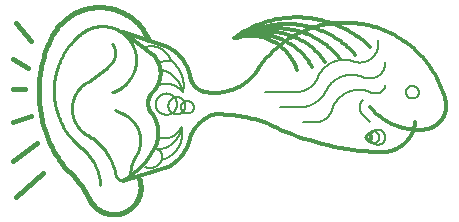
<source format=gbo>
G75*
%MOIN*%
%OFA0B0*%
%FSLAX25Y25*%
%IPPOS*%
%LPD*%
%AMOC8*
5,1,8,0,0,1.08239X$1,22.5*
%
%ADD10C,0.01200*%
%ADD11C,0.00600*%
%ADD12C,0.01600*%
%ADD13C,0.01000*%
D10*
X0046000Y0029250D02*
X0061000Y0033750D01*
X0056501Y0039749D02*
X0056626Y0039987D01*
X0056746Y0040228D01*
X0056859Y0040471D01*
X0056967Y0040717D01*
X0057069Y0040966D01*
X0057165Y0041217D01*
X0057255Y0041470D01*
X0057338Y0041726D01*
X0057416Y0041983D01*
X0057487Y0042242D01*
X0057552Y0042503D01*
X0057611Y0042765D01*
X0057664Y0043028D01*
X0057710Y0043293D01*
X0057750Y0043559D01*
X0057783Y0043825D01*
X0057810Y0044093D01*
X0057831Y0044360D01*
X0057845Y0044629D01*
X0057852Y0044897D01*
X0057854Y0045166D01*
X0057848Y0045435D01*
X0057837Y0045703D01*
X0057819Y0045971D01*
X0057794Y0046239D01*
X0057763Y0046506D01*
X0057726Y0046772D01*
X0057682Y0047037D01*
X0057632Y0047301D01*
X0057576Y0047564D01*
X0057513Y0047825D01*
X0057444Y0048084D01*
X0057369Y0048342D01*
X0057287Y0048598D01*
X0057200Y0048853D01*
X0057106Y0049104D01*
X0057007Y0049354D01*
X0056901Y0049601D01*
X0056790Y0049846D01*
X0056672Y0050087D01*
X0056549Y0050326D01*
X0056420Y0050562D01*
X0056286Y0050795D01*
X0056146Y0051024D01*
X0056001Y0051250D01*
X0056000Y0051250D02*
X0055900Y0051353D01*
X0055803Y0051459D01*
X0055708Y0051567D01*
X0055617Y0051678D01*
X0055528Y0051791D01*
X0055443Y0051906D01*
X0055361Y0052024D01*
X0055282Y0052144D01*
X0055206Y0052266D01*
X0055134Y0052390D01*
X0055065Y0052516D01*
X0054999Y0052644D01*
X0054937Y0052773D01*
X0054879Y0052904D01*
X0054824Y0053037D01*
X0054772Y0053171D01*
X0054725Y0053307D01*
X0054681Y0053443D01*
X0054640Y0053581D01*
X0054604Y0053720D01*
X0054571Y0053860D01*
X0054542Y0054001D01*
X0054517Y0054142D01*
X0054496Y0054284D01*
X0054478Y0054427D01*
X0054464Y0054570D01*
X0054455Y0054713D01*
X0054449Y0054856D01*
X0054447Y0055000D01*
X0054449Y0055144D01*
X0054455Y0055287D01*
X0054464Y0055430D01*
X0054478Y0055573D01*
X0054496Y0055716D01*
X0054517Y0055858D01*
X0054542Y0055999D01*
X0054571Y0056140D01*
X0054604Y0056280D01*
X0054640Y0056419D01*
X0054681Y0056557D01*
X0054725Y0056693D01*
X0054772Y0056829D01*
X0054824Y0056963D01*
X0054879Y0057096D01*
X0054937Y0057227D01*
X0054999Y0057356D01*
X0055065Y0057484D01*
X0055134Y0057610D01*
X0055206Y0057734D01*
X0055282Y0057856D01*
X0055361Y0057976D01*
X0055443Y0058094D01*
X0055528Y0058209D01*
X0055617Y0058322D01*
X0055708Y0058433D01*
X0055803Y0058541D01*
X0055900Y0058647D01*
X0056000Y0058750D01*
X0068500Y0063750D02*
X0068434Y0064085D01*
X0068361Y0064418D01*
X0068280Y0064749D01*
X0068191Y0065078D01*
X0068093Y0065405D01*
X0067988Y0065729D01*
X0067875Y0066051D01*
X0067753Y0066370D01*
X0067625Y0066685D01*
X0067488Y0066998D01*
X0067344Y0067307D01*
X0067193Y0067612D01*
X0067034Y0067914D01*
X0066867Y0068212D01*
X0066694Y0068506D01*
X0066513Y0068795D01*
X0066326Y0069080D01*
X0066131Y0069360D01*
X0065930Y0069635D01*
X0065722Y0069905D01*
X0065508Y0070170D01*
X0065287Y0070430D01*
X0065060Y0070685D01*
X0064826Y0070933D01*
X0064587Y0071176D01*
X0064342Y0071413D01*
X0064091Y0071644D01*
X0063835Y0071869D01*
X0063573Y0072088D01*
X0063306Y0072300D01*
X0063034Y0072505D01*
X0062757Y0072704D01*
X0062475Y0072896D01*
X0062188Y0073081D01*
X0061897Y0073259D01*
X0061602Y0073430D01*
X0061303Y0073593D01*
X0061000Y0073750D01*
X0046000Y0078750D01*
X0056000Y0071250D01*
X0056147Y0071099D01*
X0056291Y0070945D01*
X0056431Y0070788D01*
X0056567Y0070627D01*
X0056699Y0070463D01*
X0056827Y0070296D01*
X0056951Y0070125D01*
X0057071Y0069952D01*
X0057187Y0069776D01*
X0057299Y0069598D01*
X0057406Y0069417D01*
X0057510Y0069233D01*
X0057608Y0069047D01*
X0057702Y0068858D01*
X0057792Y0068668D01*
X0057877Y0068475D01*
X0057958Y0068280D01*
X0058034Y0068084D01*
X0058105Y0067886D01*
X0058171Y0067686D01*
X0058233Y0067484D01*
X0058289Y0067281D01*
X0058341Y0067077D01*
X0058389Y0066872D01*
X0058431Y0066666D01*
X0058468Y0066458D01*
X0058500Y0066250D01*
X0058528Y0066036D01*
X0058551Y0065822D01*
X0058568Y0065607D01*
X0058580Y0065391D01*
X0058587Y0065176D01*
X0058589Y0064960D01*
X0058585Y0064744D01*
X0058576Y0064529D01*
X0058562Y0064314D01*
X0058543Y0064099D01*
X0058518Y0063885D01*
X0058489Y0063671D01*
X0058453Y0063458D01*
X0058413Y0063246D01*
X0058368Y0063035D01*
X0058317Y0062826D01*
X0058262Y0062617D01*
X0058201Y0062410D01*
X0058135Y0062205D01*
X0058065Y0062001D01*
X0057989Y0061799D01*
X0057909Y0061599D01*
X0057823Y0061401D01*
X0057733Y0061205D01*
X0057638Y0061011D01*
X0057538Y0060820D01*
X0057434Y0060631D01*
X0057325Y0060445D01*
X0057212Y0060262D01*
X0057094Y0060081D01*
X0056972Y0059903D01*
X0056845Y0059729D01*
X0056714Y0059557D01*
X0056579Y0059389D01*
X0056441Y0059224D01*
X0056298Y0059062D01*
X0056151Y0058904D01*
X0056000Y0058750D01*
X0068500Y0043750D02*
X0068434Y0043415D01*
X0068361Y0043082D01*
X0068280Y0042751D01*
X0068191Y0042422D01*
X0068093Y0042095D01*
X0067988Y0041771D01*
X0067875Y0041449D01*
X0067753Y0041130D01*
X0067625Y0040815D01*
X0067488Y0040502D01*
X0067344Y0040193D01*
X0067193Y0039888D01*
X0067034Y0039586D01*
X0066867Y0039288D01*
X0066694Y0038994D01*
X0066513Y0038705D01*
X0066326Y0038420D01*
X0066131Y0038140D01*
X0065930Y0037865D01*
X0065722Y0037595D01*
X0065508Y0037330D01*
X0065287Y0037070D01*
X0065060Y0036815D01*
X0064826Y0036567D01*
X0064587Y0036324D01*
X0064342Y0036087D01*
X0064091Y0035856D01*
X0063835Y0035631D01*
X0063573Y0035412D01*
X0063306Y0035200D01*
X0063034Y0034995D01*
X0062757Y0034796D01*
X0062475Y0034604D01*
X0062188Y0034419D01*
X0061897Y0034241D01*
X0061602Y0034070D01*
X0061303Y0033907D01*
X0061000Y0033750D01*
X0068501Y0043750D02*
X0068622Y0044046D01*
X0068751Y0044340D01*
X0068887Y0044631D01*
X0069030Y0044918D01*
X0069179Y0045202D01*
X0069336Y0045482D01*
X0069499Y0045758D01*
X0069668Y0046030D01*
X0069845Y0046298D01*
X0070027Y0046562D01*
X0070216Y0046822D01*
X0070411Y0047076D01*
X0070612Y0047326D01*
X0070819Y0047571D01*
X0071032Y0047811D01*
X0071250Y0048046D01*
X0071474Y0048276D01*
X0071704Y0048500D01*
X0071939Y0048718D01*
X0072179Y0048931D01*
X0072424Y0049138D01*
X0072674Y0049339D01*
X0072928Y0049534D01*
X0073188Y0049723D01*
X0073452Y0049905D01*
X0073720Y0050082D01*
X0073992Y0050251D01*
X0074268Y0050414D01*
X0074548Y0050571D01*
X0074832Y0050720D01*
X0075119Y0050863D01*
X0075410Y0050999D01*
X0075704Y0051128D01*
X0076000Y0051249D01*
X0083000Y0076750D02*
X0083382Y0076872D01*
X0083767Y0076985D01*
X0084155Y0077089D01*
X0084545Y0077183D01*
X0084937Y0077268D01*
X0085331Y0077343D01*
X0085727Y0077409D01*
X0086124Y0077465D01*
X0086522Y0077512D01*
X0086922Y0077549D01*
X0087322Y0077576D01*
X0087723Y0077594D01*
X0088124Y0077602D01*
X0088525Y0077600D01*
X0088926Y0077588D01*
X0089327Y0077567D01*
X0089727Y0077536D01*
X0090126Y0077496D01*
X0090524Y0077446D01*
X0090921Y0077386D01*
X0091316Y0077316D01*
X0091709Y0077238D01*
X0092101Y0077149D01*
X0092490Y0077052D01*
X0092876Y0076944D01*
X0093260Y0076828D01*
X0093641Y0076702D01*
X0094019Y0076567D01*
X0094394Y0076423D01*
X0094765Y0076270D01*
X0095132Y0076109D01*
X0095495Y0075938D01*
X0095854Y0075758D01*
X0096208Y0075570D01*
X0096558Y0075374D01*
X0096903Y0075169D01*
X0097242Y0074956D01*
X0097577Y0074734D01*
X0097906Y0074505D01*
X0098230Y0074268D01*
X0098547Y0074023D01*
X0098859Y0073770D01*
X0099165Y0073510D01*
X0099464Y0073243D01*
X0099756Y0072968D01*
X0100042Y0072687D01*
X0100321Y0072398D01*
X0100593Y0072103D01*
X0100858Y0071802D01*
X0101115Y0071494D01*
X0101365Y0071180D01*
X0101607Y0070860D01*
X0101841Y0070534D01*
X0102068Y0070203D01*
X0102286Y0069867D01*
X0102496Y0069525D01*
X0102698Y0069178D01*
X0102891Y0068827D01*
X0103076Y0068471D01*
X0103252Y0068110D01*
X0103420Y0067746D01*
X0103578Y0067377D01*
X0103728Y0067005D01*
X0103869Y0066629D01*
X0104000Y0066250D01*
X0109000Y0067250D02*
X0108744Y0067692D01*
X0108479Y0068127D01*
X0108202Y0068556D01*
X0107916Y0068978D01*
X0107619Y0069393D01*
X0107312Y0069800D01*
X0106996Y0070200D01*
X0106670Y0070593D01*
X0106334Y0070977D01*
X0105990Y0071353D01*
X0105636Y0071720D01*
X0105273Y0072079D01*
X0104902Y0072429D01*
X0104523Y0072770D01*
X0104135Y0073102D01*
X0103740Y0073424D01*
X0103337Y0073736D01*
X0102926Y0074039D01*
X0102508Y0074331D01*
X0102084Y0074614D01*
X0101652Y0074886D01*
X0101214Y0075147D01*
X0100770Y0075398D01*
X0100320Y0075638D01*
X0099864Y0075867D01*
X0099403Y0076085D01*
X0098937Y0076292D01*
X0098465Y0076487D01*
X0097990Y0076671D01*
X0097510Y0076843D01*
X0097025Y0077004D01*
X0096538Y0077152D01*
X0096046Y0077289D01*
X0095552Y0077414D01*
X0095054Y0077527D01*
X0094554Y0077628D01*
X0094052Y0077717D01*
X0093548Y0077794D01*
X0093042Y0077858D01*
X0092534Y0077910D01*
X0092026Y0077950D01*
X0091517Y0077978D01*
X0091007Y0077993D01*
X0090497Y0077996D01*
X0089987Y0077986D01*
X0089477Y0077964D01*
X0088968Y0077930D01*
X0088460Y0077883D01*
X0087954Y0077824D01*
X0087448Y0077753D01*
X0086945Y0077670D01*
X0086444Y0077575D01*
X0085946Y0077467D01*
X0085450Y0077348D01*
X0084957Y0077216D01*
X0084467Y0077073D01*
X0083982Y0076917D01*
X0083500Y0076750D01*
X0091000Y0066250D02*
X0090765Y0065902D01*
X0090521Y0065559D01*
X0090270Y0065223D01*
X0090010Y0064892D01*
X0089742Y0064569D01*
X0089467Y0064251D01*
X0089184Y0063941D01*
X0088893Y0063637D01*
X0088595Y0063341D01*
X0088290Y0063052D01*
X0087978Y0062771D01*
X0087659Y0062497D01*
X0087334Y0062231D01*
X0087002Y0061973D01*
X0086664Y0061724D01*
X0086320Y0061482D01*
X0085970Y0061249D01*
X0085615Y0061025D01*
X0085254Y0060809D01*
X0084889Y0060603D01*
X0084518Y0060405D01*
X0084143Y0060216D01*
X0083763Y0060037D01*
X0083379Y0059866D01*
X0082990Y0059706D01*
X0082598Y0059554D01*
X0082203Y0059413D01*
X0081804Y0059281D01*
X0081402Y0059158D01*
X0080997Y0059046D01*
X0080590Y0058943D01*
X0080180Y0058851D01*
X0079768Y0058768D01*
X0079354Y0058696D01*
X0078938Y0058633D01*
X0078521Y0058581D01*
X0078103Y0058539D01*
X0077684Y0058507D01*
X0077265Y0058485D01*
X0076845Y0058474D01*
X0076425Y0058473D01*
X0076004Y0058482D01*
X0075585Y0058501D01*
X0075166Y0058531D01*
X0074747Y0058570D01*
X0074330Y0058620D01*
X0073914Y0058680D01*
X0073500Y0058750D01*
X0073346Y0058780D01*
X0073193Y0058814D01*
X0073041Y0058852D01*
X0072890Y0058893D01*
X0072740Y0058939D01*
X0072591Y0058988D01*
X0072444Y0059040D01*
X0072297Y0059097D01*
X0072153Y0059157D01*
X0072010Y0059221D01*
X0071868Y0059288D01*
X0071728Y0059359D01*
X0071591Y0059434D01*
X0071455Y0059512D01*
X0071321Y0059593D01*
X0071189Y0059678D01*
X0071059Y0059766D01*
X0070932Y0059857D01*
X0070807Y0059951D01*
X0070684Y0060049D01*
X0070564Y0060150D01*
X0070446Y0060253D01*
X0070331Y0060360D01*
X0070219Y0060469D01*
X0070110Y0060581D01*
X0070003Y0060696D01*
X0069900Y0060814D01*
X0069799Y0060934D01*
X0069701Y0061057D01*
X0069607Y0061182D01*
X0069516Y0061309D01*
X0069428Y0061439D01*
X0069343Y0061571D01*
X0069262Y0061705D01*
X0069184Y0061841D01*
X0069109Y0061978D01*
X0069038Y0062118D01*
X0068971Y0062260D01*
X0068907Y0062403D01*
X0068847Y0062547D01*
X0068790Y0062694D01*
X0068738Y0062841D01*
X0068689Y0062990D01*
X0068643Y0063140D01*
X0068602Y0063291D01*
X0068564Y0063443D01*
X0068530Y0063596D01*
X0068500Y0063750D01*
X0084500Y0076750D02*
X0085015Y0076981D01*
X0085535Y0077198D01*
X0086060Y0077404D01*
X0086590Y0077596D01*
X0087125Y0077776D01*
X0087664Y0077942D01*
X0088206Y0078096D01*
X0088752Y0078236D01*
X0089302Y0078363D01*
X0089854Y0078477D01*
X0090409Y0078577D01*
X0090966Y0078664D01*
X0091525Y0078737D01*
X0092086Y0078797D01*
X0092648Y0078843D01*
X0093211Y0078876D01*
X0093774Y0078895D01*
X0094338Y0078900D01*
X0094902Y0078892D01*
X0095465Y0078869D01*
X0096028Y0078834D01*
X0096590Y0078784D01*
X0097150Y0078722D01*
X0097709Y0078645D01*
X0098265Y0078555D01*
X0098820Y0078452D01*
X0099371Y0078335D01*
X0099920Y0078205D01*
X0100465Y0078062D01*
X0101007Y0077905D01*
X0101545Y0077735D01*
X0102078Y0077553D01*
X0102607Y0077357D01*
X0103131Y0077149D01*
X0103650Y0076928D01*
X0104164Y0076695D01*
X0104671Y0076449D01*
X0105173Y0076192D01*
X0105668Y0075922D01*
X0106156Y0075640D01*
X0106637Y0075346D01*
X0107112Y0075041D01*
X0107578Y0074724D01*
X0108037Y0074397D01*
X0108488Y0074058D01*
X0108930Y0073708D01*
X0109364Y0073348D01*
X0109789Y0072978D01*
X0110205Y0072597D01*
X0110611Y0072206D01*
X0111008Y0071806D01*
X0111396Y0071396D01*
X0111773Y0070976D01*
X0112139Y0070548D01*
X0112496Y0070111D01*
X0112842Y0069666D01*
X0113176Y0069212D01*
X0113500Y0068750D01*
X0118500Y0069750D02*
X0118092Y0070257D01*
X0117672Y0070754D01*
X0117240Y0071240D01*
X0116797Y0071716D01*
X0116342Y0072181D01*
X0115875Y0072635D01*
X0115398Y0073078D01*
X0114911Y0073509D01*
X0114413Y0073927D01*
X0113905Y0074334D01*
X0113388Y0074728D01*
X0112861Y0075110D01*
X0112325Y0075479D01*
X0111780Y0075835D01*
X0111226Y0076177D01*
X0110665Y0076506D01*
X0110096Y0076821D01*
X0109519Y0077123D01*
X0108935Y0077410D01*
X0108345Y0077683D01*
X0107748Y0077942D01*
X0107145Y0078186D01*
X0106536Y0078415D01*
X0105922Y0078630D01*
X0105302Y0078830D01*
X0104678Y0079014D01*
X0104050Y0079184D01*
X0103418Y0079338D01*
X0102782Y0079477D01*
X0102144Y0079600D01*
X0101502Y0079708D01*
X0100858Y0079801D01*
X0100212Y0079878D01*
X0099564Y0079939D01*
X0098915Y0079984D01*
X0098265Y0080014D01*
X0097614Y0080028D01*
X0096964Y0080026D01*
X0096313Y0080008D01*
X0095664Y0079975D01*
X0095015Y0079926D01*
X0094367Y0079861D01*
X0093722Y0079781D01*
X0093078Y0079685D01*
X0092437Y0079573D01*
X0091799Y0079446D01*
X0091164Y0079304D01*
X0090533Y0079146D01*
X0089906Y0078973D01*
X0089283Y0078785D01*
X0088665Y0078582D01*
X0088052Y0078364D01*
X0087444Y0078131D01*
X0086842Y0077883D01*
X0086247Y0077621D01*
X0085658Y0077345D01*
X0085075Y0077054D01*
X0084500Y0076750D01*
X0085129Y0077136D01*
X0085768Y0077507D01*
X0086415Y0077862D01*
X0087071Y0078201D01*
X0087735Y0078524D01*
X0088406Y0078831D01*
X0089085Y0079122D01*
X0089770Y0079396D01*
X0090462Y0079654D01*
X0091160Y0079894D01*
X0091863Y0080118D01*
X0092572Y0080325D01*
X0093286Y0080514D01*
X0094004Y0080686D01*
X0094725Y0080841D01*
X0095451Y0080978D01*
X0096179Y0081097D01*
X0096911Y0081199D01*
X0097644Y0081283D01*
X0098379Y0081350D01*
X0099116Y0081398D01*
X0099854Y0081429D01*
X0100592Y0081442D01*
X0101330Y0081436D01*
X0102068Y0081414D01*
X0102805Y0081373D01*
X0103541Y0081314D01*
X0104275Y0081238D01*
X0105007Y0081143D01*
X0105737Y0081031D01*
X0106464Y0080902D01*
X0107187Y0080755D01*
X0107907Y0080590D01*
X0108622Y0080408D01*
X0109333Y0080209D01*
X0110039Y0079992D01*
X0110739Y0079759D01*
X0111434Y0079509D01*
X0112122Y0079242D01*
X0112804Y0078958D01*
X0113478Y0078658D01*
X0114145Y0078342D01*
X0114805Y0078009D01*
X0115455Y0077661D01*
X0116098Y0077297D01*
X0116731Y0076918D01*
X0117355Y0076523D01*
X0117969Y0076114D01*
X0118573Y0075689D01*
X0119167Y0075250D01*
X0119750Y0074797D01*
X0120322Y0074330D01*
X0120882Y0073850D01*
X0121430Y0073355D01*
X0121967Y0072848D01*
X0122491Y0072328D01*
X0123002Y0071795D01*
X0123500Y0071250D01*
X0128500Y0053750D02*
X0128817Y0053370D01*
X0129143Y0052997D01*
X0129477Y0052633D01*
X0129821Y0052276D01*
X0130173Y0051928D01*
X0130533Y0051589D01*
X0130902Y0051258D01*
X0131278Y0050936D01*
X0131662Y0050624D01*
X0132054Y0050321D01*
X0132452Y0050028D01*
X0132858Y0049744D01*
X0133270Y0049470D01*
X0133689Y0049206D01*
X0134114Y0048952D01*
X0134545Y0048709D01*
X0134982Y0048476D01*
X0135425Y0048254D01*
X0135872Y0048043D01*
X0136325Y0047842D01*
X0136782Y0047653D01*
X0137244Y0047475D01*
X0137710Y0047307D01*
X0138180Y0047152D01*
X0138653Y0047007D01*
X0139130Y0046874D01*
X0139610Y0046753D01*
X0140093Y0046643D01*
X0140578Y0046545D01*
X0141066Y0046459D01*
X0141555Y0046384D01*
X0142046Y0046322D01*
X0142538Y0046271D01*
X0143032Y0046232D01*
X0143526Y0046205D01*
X0144021Y0046190D01*
X0144516Y0046187D01*
X0145011Y0046196D01*
X0145506Y0046217D01*
X0146000Y0046250D01*
X0146195Y0046256D01*
X0146389Y0046267D01*
X0146583Y0046283D01*
X0146776Y0046303D01*
X0146969Y0046328D01*
X0147161Y0046358D01*
X0147353Y0046393D01*
X0147543Y0046433D01*
X0147733Y0046477D01*
X0147921Y0046525D01*
X0148108Y0046579D01*
X0148294Y0046636D01*
X0148478Y0046699D01*
X0148661Y0046766D01*
X0148842Y0046837D01*
X0149021Y0046913D01*
X0149198Y0046993D01*
X0149373Y0047077D01*
X0149547Y0047166D01*
X0149718Y0047259D01*
X0149886Y0047356D01*
X0150052Y0047457D01*
X0150216Y0047563D01*
X0150377Y0047672D01*
X0150535Y0047785D01*
X0150690Y0047902D01*
X0150843Y0048023D01*
X0150992Y0048147D01*
X0151139Y0048275D01*
X0151282Y0048407D01*
X0151422Y0048542D01*
X0151559Y0048681D01*
X0151692Y0048823D01*
X0151821Y0048968D01*
X0151947Y0049116D01*
X0152070Y0049267D01*
X0152188Y0049421D01*
X0152303Y0049578D01*
X0152414Y0049738D01*
X0152521Y0049901D01*
X0152624Y0050066D01*
X0152723Y0050233D01*
X0152818Y0050403D01*
X0152908Y0050575D01*
X0152994Y0050750D01*
X0153076Y0050926D01*
X0153154Y0051104D01*
X0153227Y0051285D01*
X0153296Y0051467D01*
X0153360Y0051650D01*
X0153420Y0051835D01*
X0153476Y0052022D01*
X0153526Y0052210D01*
X0153572Y0052399D01*
X0153614Y0052589D01*
X0153650Y0052780D01*
X0153682Y0052972D01*
X0153710Y0053164D01*
X0153732Y0053357D01*
X0153750Y0053551D01*
X0153763Y0053745D01*
X0153771Y0053940D01*
X0153775Y0054134D01*
X0153774Y0054329D01*
X0153768Y0054523D01*
X0153757Y0054717D01*
X0153741Y0054911D01*
X0153721Y0055105D01*
X0153696Y0055298D01*
X0153666Y0055490D01*
X0153632Y0055681D01*
X0153593Y0055872D01*
X0153549Y0056061D01*
X0153500Y0056250D01*
X0143500Y0048750D02*
X0143466Y0048479D01*
X0143426Y0048208D01*
X0143380Y0047938D01*
X0143327Y0047670D01*
X0143267Y0047403D01*
X0143201Y0047138D01*
X0143129Y0046874D01*
X0143050Y0046612D01*
X0142965Y0046352D01*
X0142874Y0046094D01*
X0142776Y0045839D01*
X0142673Y0045585D01*
X0142563Y0045335D01*
X0142447Y0045087D01*
X0142325Y0044842D01*
X0142198Y0044600D01*
X0142065Y0044361D01*
X0141925Y0044126D01*
X0141781Y0043894D01*
X0141630Y0043665D01*
X0141474Y0043440D01*
X0141313Y0043219D01*
X0141147Y0043002D01*
X0140975Y0042789D01*
X0140798Y0042581D01*
X0140617Y0042376D01*
X0140430Y0042176D01*
X0140238Y0041981D01*
X0140042Y0041790D01*
X0139842Y0041604D01*
X0139637Y0041423D01*
X0139427Y0041247D01*
X0139214Y0041077D01*
X0138996Y0040911D01*
X0138774Y0040751D01*
X0138549Y0040596D01*
X0138320Y0040446D01*
X0138087Y0040302D01*
X0137851Y0040164D01*
X0137612Y0040032D01*
X0137369Y0039905D01*
X0137124Y0039784D01*
X0136876Y0039669D01*
X0136625Y0039561D01*
X0136371Y0039458D01*
X0136115Y0039361D01*
X0135857Y0039271D01*
X0135597Y0039187D01*
X0135335Y0039109D01*
X0135070Y0039038D01*
X0134805Y0038973D01*
X0134538Y0038915D01*
X0134269Y0038863D01*
X0133999Y0038817D01*
X0133729Y0038778D01*
X0133457Y0038746D01*
X0133185Y0038720D01*
X0132912Y0038700D01*
X0132639Y0038688D01*
X0132365Y0038682D01*
X0132092Y0038682D01*
X0131818Y0038689D01*
X0131545Y0038703D01*
X0131272Y0038723D01*
X0131000Y0038750D01*
X0153500Y0056250D02*
X0153269Y0057066D01*
X0153018Y0057876D01*
X0152748Y0058679D01*
X0152457Y0059476D01*
X0152148Y0060265D01*
X0151819Y0061046D01*
X0151471Y0061819D01*
X0151105Y0062584D01*
X0150720Y0063339D01*
X0150316Y0064085D01*
X0149895Y0064820D01*
X0149456Y0065545D01*
X0148999Y0066259D01*
X0148524Y0066962D01*
X0148033Y0067653D01*
X0147525Y0068332D01*
X0147001Y0068998D01*
X0146460Y0069651D01*
X0145904Y0070290D01*
X0145332Y0070916D01*
X0144745Y0071528D01*
X0144143Y0072125D01*
X0143527Y0072707D01*
X0142897Y0073275D01*
X0142253Y0073826D01*
X0141596Y0074362D01*
X0140926Y0074881D01*
X0140244Y0075384D01*
X0139549Y0075870D01*
X0138843Y0076339D01*
X0138126Y0076791D01*
X0137398Y0077225D01*
X0136659Y0077641D01*
X0135910Y0078038D01*
X0135152Y0078418D01*
X0134385Y0078779D01*
X0133609Y0079121D01*
X0132826Y0079443D01*
X0132034Y0079747D01*
X0131235Y0080031D01*
X0130430Y0080296D01*
X0129618Y0080541D01*
X0128801Y0080766D01*
X0127978Y0080971D01*
X0127151Y0081156D01*
X0126320Y0081320D01*
X0125484Y0081464D01*
X0124645Y0081588D01*
X0123804Y0081691D01*
X0122960Y0081774D01*
X0122115Y0081836D01*
X0121268Y0081877D01*
X0120421Y0081897D01*
X0119573Y0081897D01*
X0118725Y0081877D01*
X0117879Y0081835D01*
X0117033Y0081773D01*
X0116190Y0081690D01*
X0115348Y0081586D01*
X0114510Y0081463D01*
X0113674Y0081318D01*
X0112843Y0081153D01*
X0112015Y0080968D01*
X0111193Y0080763D01*
X0110376Y0080538D01*
X0109564Y0080293D01*
X0108759Y0080028D01*
X0107960Y0079743D01*
X0107169Y0079440D01*
X0106385Y0079116D01*
X0105609Y0078774D01*
X0104842Y0078413D01*
X0104084Y0078034D01*
X0103336Y0077636D01*
X0102597Y0077219D01*
X0101869Y0076785D01*
X0101152Y0076333D01*
X0100446Y0075864D01*
X0099751Y0075378D01*
X0099069Y0074875D01*
X0098399Y0074355D01*
X0097742Y0073819D01*
X0097099Y0073268D01*
X0096469Y0072700D01*
X0095853Y0072118D01*
X0095251Y0071520D01*
X0094665Y0070909D01*
X0094093Y0070282D01*
X0093537Y0069643D01*
X0092997Y0068989D01*
X0092472Y0068323D01*
X0091965Y0067644D01*
X0091474Y0066953D01*
X0091000Y0066251D01*
X0083000Y0076750D02*
X0083693Y0077250D01*
X0084399Y0077732D01*
X0085116Y0078198D01*
X0085844Y0078646D01*
X0086582Y0079076D01*
X0087331Y0079488D01*
X0088089Y0079882D01*
X0088857Y0080258D01*
X0089634Y0080614D01*
X0090419Y0080952D01*
X0091212Y0081271D01*
X0092012Y0081570D01*
X0092820Y0081850D01*
X0093634Y0082111D01*
X0094454Y0082351D01*
X0095280Y0082572D01*
X0096111Y0082772D01*
X0096946Y0082953D01*
X0097786Y0083113D01*
X0098629Y0083252D01*
X0099475Y0083372D01*
X0100324Y0083470D01*
X0101175Y0083549D01*
X0102028Y0083606D01*
X0102882Y0083643D01*
X0103737Y0083659D01*
X0104591Y0083655D01*
X0105446Y0083629D01*
X0106299Y0083584D01*
X0107151Y0083517D01*
X0108002Y0083430D01*
X0108849Y0083322D01*
X0109694Y0083194D01*
X0110536Y0083045D01*
X0111374Y0082876D01*
X0112207Y0082687D01*
X0113036Y0082478D01*
X0113859Y0082248D01*
X0114677Y0081999D01*
X0115488Y0081730D01*
X0116293Y0081442D01*
X0117090Y0081134D01*
X0117880Y0080807D01*
X0118661Y0080460D01*
X0119434Y0080095D01*
X0120198Y0079712D01*
X0120952Y0079310D01*
X0121696Y0078890D01*
X0122430Y0078452D01*
X0123154Y0077996D01*
X0123865Y0077523D01*
X0124566Y0077033D01*
X0125254Y0076526D01*
X0125929Y0076003D01*
X0126592Y0075463D01*
X0127242Y0074908D01*
X0127878Y0074336D01*
X0128499Y0073750D01*
X0131000Y0038751D02*
X0128906Y0038862D01*
X0126816Y0039021D01*
X0124730Y0039229D01*
X0122649Y0039486D01*
X0120575Y0039790D01*
X0118508Y0040143D01*
X0116450Y0040543D01*
X0114402Y0040990D01*
X0112364Y0041486D01*
X0110339Y0042028D01*
X0108327Y0042617D01*
X0106329Y0043252D01*
X0104346Y0043933D01*
X0102380Y0044661D01*
X0100431Y0045433D01*
X0098500Y0046251D01*
X0098500Y0046250D02*
X0097599Y0046717D01*
X0096688Y0047162D01*
X0095766Y0047585D01*
X0094834Y0047987D01*
X0093894Y0048367D01*
X0092944Y0048724D01*
X0091987Y0049059D01*
X0091021Y0049372D01*
X0090049Y0049661D01*
X0089070Y0049928D01*
X0088085Y0050171D01*
X0087095Y0050391D01*
X0086100Y0050588D01*
X0085100Y0050761D01*
X0084097Y0050910D01*
X0083090Y0051036D01*
X0082081Y0051138D01*
X0081070Y0051217D01*
X0080057Y0051271D01*
X0079043Y0051302D01*
X0078028Y0051308D01*
X0077014Y0051291D01*
X0076000Y0051250D01*
X0056499Y0039750D02*
X0056196Y0039201D01*
X0055879Y0038659D01*
X0055549Y0038126D01*
X0055206Y0037600D01*
X0054850Y0037083D01*
X0054482Y0036575D01*
X0054101Y0036076D01*
X0053709Y0035586D01*
X0053305Y0035106D01*
X0052889Y0034636D01*
X0052461Y0034176D01*
X0052023Y0033727D01*
X0051574Y0033289D01*
X0051114Y0032861D01*
X0050644Y0032445D01*
X0050164Y0032041D01*
X0049674Y0031649D01*
X0049175Y0031268D01*
X0048667Y0030900D01*
X0048150Y0030544D01*
X0047624Y0030201D01*
X0047091Y0029871D01*
X0046549Y0029554D01*
X0046000Y0029251D01*
D11*
X0059000Y0036250D02*
X0059036Y0036344D01*
X0059068Y0036439D01*
X0059097Y0036536D01*
X0059122Y0036634D01*
X0059143Y0036732D01*
X0059160Y0036831D01*
X0059174Y0036931D01*
X0059184Y0037031D01*
X0059190Y0037132D01*
X0059193Y0037232D01*
X0059192Y0037333D01*
X0059187Y0037434D01*
X0059178Y0037534D01*
X0059165Y0037634D01*
X0059149Y0037733D01*
X0059129Y0037832D01*
X0059106Y0037930D01*
X0059078Y0038027D01*
X0059048Y0038123D01*
X0059013Y0038218D01*
X0058975Y0038311D01*
X0058934Y0038403D01*
X0058889Y0038493D01*
X0058841Y0038581D01*
X0058790Y0038668D01*
X0058735Y0038753D01*
X0058677Y0038835D01*
X0058616Y0038915D01*
X0058553Y0038993D01*
X0058486Y0039069D01*
X0058417Y0039142D01*
X0058345Y0039212D01*
X0058270Y0039280D01*
X0058193Y0039345D01*
X0058113Y0039406D01*
X0058031Y0039465D01*
X0057948Y0039521D01*
X0057862Y0039573D01*
X0057774Y0039623D01*
X0057684Y0039669D01*
X0057593Y0039711D01*
X0057500Y0039750D01*
X0059000Y0036250D02*
X0058953Y0036130D01*
X0058902Y0036011D01*
X0058848Y0035894D01*
X0058790Y0035779D01*
X0058729Y0035665D01*
X0058664Y0035554D01*
X0058596Y0035444D01*
X0058525Y0035336D01*
X0058450Y0035231D01*
X0058373Y0035128D01*
X0058292Y0035027D01*
X0058208Y0034929D01*
X0058121Y0034833D01*
X0058032Y0034741D01*
X0057940Y0034650D01*
X0057845Y0034563D01*
X0057747Y0034478D01*
X0057647Y0034397D01*
X0057545Y0034319D01*
X0057440Y0034243D01*
X0057333Y0034171D01*
X0057224Y0034102D01*
X0057112Y0034037D01*
X0056999Y0033975D01*
X0056884Y0033916D01*
X0056768Y0033861D01*
X0056649Y0033809D01*
X0056530Y0033761D01*
X0056409Y0033717D01*
X0056286Y0033676D01*
X0056162Y0033639D01*
X0056038Y0033606D01*
X0055912Y0033577D01*
X0055786Y0033551D01*
X0055658Y0033529D01*
X0055531Y0033511D01*
X0055402Y0033497D01*
X0055274Y0033487D01*
X0055145Y0033480D01*
X0055016Y0033478D01*
X0054887Y0033479D01*
X0054758Y0033485D01*
X0054629Y0033494D01*
X0054501Y0033507D01*
X0054373Y0033524D01*
X0054246Y0033545D01*
X0054119Y0033570D01*
X0053993Y0033598D01*
X0053868Y0033631D01*
X0053744Y0033667D01*
X0053621Y0033707D01*
X0053500Y0033750D01*
X0059000Y0036250D02*
X0059211Y0036307D01*
X0059420Y0036369D01*
X0059628Y0036436D01*
X0059834Y0036508D01*
X0060038Y0036585D01*
X0060241Y0036667D01*
X0060441Y0036753D01*
X0060639Y0036845D01*
X0060835Y0036941D01*
X0061029Y0037042D01*
X0061220Y0037148D01*
X0061408Y0037258D01*
X0061594Y0037373D01*
X0061777Y0037493D01*
X0061957Y0037616D01*
X0062134Y0037744D01*
X0062307Y0037876D01*
X0062478Y0038013D01*
X0062645Y0038153D01*
X0062809Y0038298D01*
X0062969Y0038446D01*
X0063126Y0038598D01*
X0063278Y0038754D01*
X0063427Y0038914D01*
X0063573Y0039077D01*
X0063714Y0039243D01*
X0063851Y0039413D01*
X0063984Y0039587D01*
X0064112Y0039763D01*
X0064237Y0039942D01*
X0064357Y0040125D01*
X0064472Y0040310D01*
X0064583Y0040498D01*
X0064690Y0040689D01*
X0064792Y0040882D01*
X0064889Y0041077D01*
X0064981Y0041275D01*
X0065069Y0041475D01*
X0065152Y0041677D01*
X0065230Y0041881D01*
X0065302Y0042087D01*
X0065370Y0042294D01*
X0065433Y0042503D01*
X0065491Y0042714D01*
X0065544Y0042926D01*
X0065591Y0043139D01*
X0065634Y0043353D01*
X0065671Y0043568D01*
X0065703Y0043784D01*
X0065730Y0044001D01*
X0065751Y0044218D01*
X0065767Y0044436D01*
X0065778Y0044654D01*
X0065784Y0044872D01*
X0065785Y0045091D01*
X0065780Y0045309D01*
X0065770Y0045527D01*
X0065754Y0045745D01*
X0065734Y0045962D01*
X0065708Y0046179D01*
X0065677Y0046395D01*
X0065640Y0046610D01*
X0065599Y0046825D01*
X0065552Y0047038D01*
X0065500Y0047250D01*
X0065442Y0047105D01*
X0065379Y0046961D01*
X0065313Y0046820D01*
X0065243Y0046680D01*
X0065170Y0046541D01*
X0065093Y0046405D01*
X0065013Y0046271D01*
X0064930Y0046138D01*
X0064843Y0046008D01*
X0064753Y0045880D01*
X0064660Y0045755D01*
X0064563Y0045632D01*
X0064464Y0045511D01*
X0064361Y0045393D01*
X0064255Y0045277D01*
X0064147Y0045164D01*
X0064036Y0045054D01*
X0063922Y0044947D01*
X0063805Y0044843D01*
X0063686Y0044742D01*
X0063564Y0044644D01*
X0063440Y0044549D01*
X0063313Y0044457D01*
X0063184Y0044368D01*
X0063053Y0044283D01*
X0062920Y0044201D01*
X0062785Y0044122D01*
X0062647Y0044047D01*
X0062508Y0043975D01*
X0062368Y0043907D01*
X0062225Y0043843D01*
X0062081Y0043782D01*
X0061935Y0043725D01*
X0061788Y0043671D01*
X0061640Y0043621D01*
X0061490Y0043575D01*
X0061340Y0043533D01*
X0061188Y0043495D01*
X0061036Y0043460D01*
X0060882Y0043430D01*
X0060728Y0043403D01*
X0060573Y0043380D01*
X0060418Y0043361D01*
X0060262Y0043346D01*
X0060106Y0043335D01*
X0059950Y0043328D01*
X0059793Y0043325D01*
X0059637Y0043326D01*
X0059481Y0043331D01*
X0059324Y0043340D01*
X0059169Y0043352D01*
X0059013Y0043369D01*
X0058858Y0043390D01*
X0058703Y0043414D01*
X0058550Y0043443D01*
X0058397Y0043475D01*
X0058244Y0043511D01*
X0058093Y0043551D01*
X0057943Y0043595D01*
X0057794Y0043643D01*
X0057646Y0043694D01*
X0057500Y0043750D01*
X0056500Y0039750D02*
X0056700Y0039734D01*
X0056899Y0039723D01*
X0057100Y0039717D01*
X0057300Y0039716D01*
X0057500Y0039720D01*
X0057700Y0039728D01*
X0057900Y0039742D01*
X0058099Y0039760D01*
X0058298Y0039783D01*
X0058496Y0039810D01*
X0058694Y0039843D01*
X0058890Y0039880D01*
X0059086Y0039922D01*
X0059281Y0039969D01*
X0059474Y0040020D01*
X0059666Y0040076D01*
X0059857Y0040137D01*
X0060046Y0040202D01*
X0060234Y0040272D01*
X0060420Y0040346D01*
X0060604Y0040425D01*
X0060786Y0040509D01*
X0060966Y0040596D01*
X0061144Y0040688D01*
X0061319Y0040784D01*
X0061492Y0040885D01*
X0061663Y0040989D01*
X0061831Y0041098D01*
X0061997Y0041211D01*
X0062159Y0041327D01*
X0062319Y0041448D01*
X0062476Y0041572D01*
X0062630Y0041701D01*
X0062780Y0041832D01*
X0062928Y0041968D01*
X0063072Y0042107D01*
X0063213Y0042249D01*
X0063350Y0042395D01*
X0063484Y0042544D01*
X0063614Y0042696D01*
X0063740Y0042852D01*
X0063862Y0043010D01*
X0063981Y0043171D01*
X0064096Y0043335D01*
X0064206Y0043502D01*
X0064313Y0043671D01*
X0064416Y0043843D01*
X0064514Y0044018D01*
X0064608Y0044194D01*
X0064698Y0044373D01*
X0064783Y0044554D01*
X0064864Y0044737D01*
X0064941Y0044922D01*
X0065013Y0045109D01*
X0065081Y0045297D01*
X0065144Y0045487D01*
X0065202Y0045679D01*
X0065256Y0045872D01*
X0065305Y0046066D01*
X0065349Y0046261D01*
X0065389Y0046457D01*
X0065424Y0046654D01*
X0065454Y0046852D01*
X0065479Y0047051D01*
X0065500Y0047250D01*
X0065379Y0053750D02*
X0065381Y0053842D01*
X0065387Y0053934D01*
X0065397Y0054025D01*
X0065411Y0054116D01*
X0065429Y0054206D01*
X0065450Y0054295D01*
X0065476Y0054384D01*
X0065505Y0054471D01*
X0065538Y0054556D01*
X0065575Y0054641D01*
X0065615Y0054723D01*
X0065659Y0054804D01*
X0065707Y0054883D01*
X0065757Y0054959D01*
X0065811Y0055034D01*
X0065869Y0055106D01*
X0065929Y0055175D01*
X0065992Y0055242D01*
X0066058Y0055306D01*
X0066127Y0055367D01*
X0066198Y0055425D01*
X0066272Y0055479D01*
X0066348Y0055531D01*
X0066426Y0055579D01*
X0066507Y0055624D01*
X0066589Y0055665D01*
X0066672Y0055703D01*
X0066758Y0055737D01*
X0066845Y0055767D01*
X0066933Y0055794D01*
X0067022Y0055816D01*
X0067112Y0055835D01*
X0067202Y0055850D01*
X0067294Y0055861D01*
X0067385Y0055868D01*
X0067477Y0055871D01*
X0067569Y0055870D01*
X0067661Y0055865D01*
X0067752Y0055856D01*
X0067843Y0055843D01*
X0067933Y0055826D01*
X0068023Y0055806D01*
X0068112Y0055781D01*
X0068199Y0055753D01*
X0068285Y0055720D01*
X0068370Y0055685D01*
X0068453Y0055645D01*
X0068534Y0055602D01*
X0068613Y0055555D01*
X0068690Y0055506D01*
X0068765Y0055452D01*
X0068838Y0055396D01*
X0068908Y0055336D01*
X0068975Y0055274D01*
X0069040Y0055209D01*
X0069102Y0055141D01*
X0069160Y0055070D01*
X0069216Y0054997D01*
X0069268Y0054921D01*
X0069317Y0054843D01*
X0069363Y0054764D01*
X0069405Y0054682D01*
X0069444Y0054599D01*
X0069479Y0054514D01*
X0069510Y0054427D01*
X0069537Y0054340D01*
X0069561Y0054251D01*
X0069581Y0054161D01*
X0069597Y0054070D01*
X0069609Y0053979D01*
X0069617Y0053888D01*
X0069621Y0053796D01*
X0069621Y0053704D01*
X0069617Y0053612D01*
X0069609Y0053521D01*
X0069597Y0053430D01*
X0069581Y0053339D01*
X0069561Y0053249D01*
X0069537Y0053160D01*
X0069510Y0053073D01*
X0069479Y0052986D01*
X0069444Y0052901D01*
X0069405Y0052818D01*
X0069363Y0052736D01*
X0069317Y0052657D01*
X0069268Y0052579D01*
X0069216Y0052503D01*
X0069160Y0052430D01*
X0069102Y0052359D01*
X0069040Y0052291D01*
X0068975Y0052226D01*
X0068908Y0052164D01*
X0068838Y0052104D01*
X0068765Y0052048D01*
X0068690Y0051994D01*
X0068613Y0051945D01*
X0068534Y0051898D01*
X0068453Y0051855D01*
X0068370Y0051815D01*
X0068285Y0051780D01*
X0068199Y0051747D01*
X0068112Y0051719D01*
X0068023Y0051694D01*
X0067933Y0051674D01*
X0067843Y0051657D01*
X0067752Y0051644D01*
X0067661Y0051635D01*
X0067569Y0051630D01*
X0067477Y0051629D01*
X0067385Y0051632D01*
X0067294Y0051639D01*
X0067202Y0051650D01*
X0067112Y0051665D01*
X0067022Y0051684D01*
X0066933Y0051706D01*
X0066845Y0051733D01*
X0066758Y0051763D01*
X0066672Y0051797D01*
X0066589Y0051835D01*
X0066507Y0051876D01*
X0066426Y0051921D01*
X0066348Y0051969D01*
X0066272Y0052021D01*
X0066198Y0052075D01*
X0066127Y0052133D01*
X0066058Y0052194D01*
X0065992Y0052258D01*
X0065929Y0052325D01*
X0065869Y0052394D01*
X0065811Y0052466D01*
X0065757Y0052541D01*
X0065707Y0052617D01*
X0065659Y0052696D01*
X0065615Y0052777D01*
X0065575Y0052859D01*
X0065538Y0052944D01*
X0065505Y0053029D01*
X0065476Y0053116D01*
X0065450Y0053205D01*
X0065429Y0053294D01*
X0065411Y0053384D01*
X0065397Y0053475D01*
X0065387Y0053566D01*
X0065381Y0053658D01*
X0065379Y0053750D01*
X0061172Y0054250D02*
X0061174Y0054356D01*
X0061180Y0054461D01*
X0061190Y0054567D01*
X0061204Y0054671D01*
X0061221Y0054776D01*
X0061243Y0054879D01*
X0061268Y0054982D01*
X0061298Y0055084D01*
X0061331Y0055184D01*
X0061367Y0055283D01*
X0061408Y0055381D01*
X0061452Y0055477D01*
X0061500Y0055571D01*
X0061551Y0055664D01*
X0061605Y0055755D01*
X0061663Y0055843D01*
X0061725Y0055929D01*
X0061789Y0056013D01*
X0061856Y0056095D01*
X0061927Y0056174D01*
X0062000Y0056250D01*
X0062076Y0056323D01*
X0062155Y0056394D01*
X0062237Y0056461D01*
X0062321Y0056525D01*
X0062407Y0056587D01*
X0062495Y0056645D01*
X0062586Y0056699D01*
X0062679Y0056750D01*
X0062773Y0056798D01*
X0062869Y0056842D01*
X0062967Y0056883D01*
X0063066Y0056919D01*
X0063166Y0056952D01*
X0063268Y0056982D01*
X0063371Y0057007D01*
X0063474Y0057029D01*
X0063579Y0057046D01*
X0063683Y0057060D01*
X0063789Y0057070D01*
X0063894Y0057076D01*
X0064000Y0057078D01*
X0064106Y0057076D01*
X0064211Y0057070D01*
X0064317Y0057060D01*
X0064421Y0057046D01*
X0064526Y0057029D01*
X0064629Y0057007D01*
X0064732Y0056982D01*
X0064834Y0056952D01*
X0064934Y0056919D01*
X0065033Y0056883D01*
X0065131Y0056842D01*
X0065227Y0056798D01*
X0065321Y0056750D01*
X0065414Y0056699D01*
X0065505Y0056645D01*
X0065593Y0056587D01*
X0065679Y0056525D01*
X0065763Y0056461D01*
X0065845Y0056394D01*
X0065924Y0056323D01*
X0066000Y0056250D01*
X0066073Y0056174D01*
X0066144Y0056095D01*
X0066211Y0056013D01*
X0066275Y0055929D01*
X0066337Y0055843D01*
X0066395Y0055755D01*
X0066449Y0055664D01*
X0066500Y0055571D01*
X0066548Y0055477D01*
X0066592Y0055381D01*
X0066633Y0055283D01*
X0066669Y0055184D01*
X0066702Y0055084D01*
X0066732Y0054982D01*
X0066757Y0054879D01*
X0066779Y0054776D01*
X0066796Y0054671D01*
X0066810Y0054567D01*
X0066820Y0054461D01*
X0066826Y0054356D01*
X0066828Y0054250D01*
X0066826Y0054144D01*
X0066820Y0054039D01*
X0066810Y0053933D01*
X0066796Y0053829D01*
X0066779Y0053724D01*
X0066757Y0053621D01*
X0066732Y0053518D01*
X0066702Y0053416D01*
X0066669Y0053316D01*
X0066633Y0053217D01*
X0066592Y0053119D01*
X0066548Y0053023D01*
X0066500Y0052929D01*
X0066449Y0052836D01*
X0066395Y0052745D01*
X0066337Y0052657D01*
X0066275Y0052571D01*
X0066211Y0052487D01*
X0066144Y0052405D01*
X0066073Y0052326D01*
X0066000Y0052250D01*
X0065924Y0052177D01*
X0065845Y0052106D01*
X0065763Y0052039D01*
X0065679Y0051975D01*
X0065593Y0051913D01*
X0065505Y0051855D01*
X0065414Y0051801D01*
X0065321Y0051750D01*
X0065227Y0051702D01*
X0065131Y0051658D01*
X0065033Y0051617D01*
X0064934Y0051581D01*
X0064834Y0051548D01*
X0064732Y0051518D01*
X0064629Y0051493D01*
X0064526Y0051471D01*
X0064421Y0051454D01*
X0064317Y0051440D01*
X0064211Y0051430D01*
X0064106Y0051424D01*
X0064000Y0051422D01*
X0063894Y0051424D01*
X0063789Y0051430D01*
X0063683Y0051440D01*
X0063579Y0051454D01*
X0063474Y0051471D01*
X0063371Y0051493D01*
X0063268Y0051518D01*
X0063166Y0051548D01*
X0063066Y0051581D01*
X0062967Y0051617D01*
X0062869Y0051658D01*
X0062773Y0051702D01*
X0062679Y0051750D01*
X0062586Y0051801D01*
X0062495Y0051855D01*
X0062407Y0051913D01*
X0062321Y0051975D01*
X0062237Y0052039D01*
X0062155Y0052106D01*
X0062076Y0052177D01*
X0062000Y0052250D01*
X0061927Y0052326D01*
X0061856Y0052405D01*
X0061789Y0052487D01*
X0061725Y0052571D01*
X0061663Y0052657D01*
X0061605Y0052745D01*
X0061551Y0052836D01*
X0061500Y0052929D01*
X0061452Y0053023D01*
X0061408Y0053119D01*
X0061367Y0053217D01*
X0061331Y0053316D01*
X0061298Y0053416D01*
X0061268Y0053518D01*
X0061243Y0053621D01*
X0061221Y0053724D01*
X0061204Y0053829D01*
X0061190Y0053933D01*
X0061180Y0054039D01*
X0061174Y0054144D01*
X0061172Y0054250D01*
X0066000Y0058750D02*
X0065891Y0058886D01*
X0065779Y0059020D01*
X0065663Y0059151D01*
X0065545Y0059279D01*
X0065423Y0059404D01*
X0065298Y0059527D01*
X0065171Y0059646D01*
X0065040Y0059762D01*
X0064907Y0059874D01*
X0064771Y0059984D01*
X0064632Y0060090D01*
X0064491Y0060192D01*
X0064347Y0060291D01*
X0064201Y0060387D01*
X0064052Y0060479D01*
X0063902Y0060567D01*
X0063749Y0060652D01*
X0063594Y0060732D01*
X0063438Y0060809D01*
X0063279Y0060882D01*
X0063119Y0060952D01*
X0062957Y0061017D01*
X0062793Y0061078D01*
X0062628Y0061135D01*
X0062462Y0061188D01*
X0062295Y0061238D01*
X0062126Y0061283D01*
X0061956Y0061323D01*
X0061785Y0061360D01*
X0061614Y0061392D01*
X0061442Y0061421D01*
X0061269Y0061445D01*
X0061095Y0061465D01*
X0060921Y0061480D01*
X0060747Y0061491D01*
X0060573Y0061498D01*
X0060398Y0061501D01*
X0060224Y0061499D01*
X0060049Y0061494D01*
X0059875Y0061483D01*
X0059701Y0061469D01*
X0059527Y0061450D01*
X0059354Y0061427D01*
X0059182Y0061400D01*
X0059010Y0061369D01*
X0058839Y0061333D01*
X0058669Y0061294D01*
X0058500Y0061250D01*
X0066000Y0058750D02*
X0066052Y0058993D01*
X0066098Y0059236D01*
X0066138Y0059481D01*
X0066173Y0059727D01*
X0066201Y0059974D01*
X0066223Y0060221D01*
X0066239Y0060468D01*
X0066249Y0060716D01*
X0066253Y0060964D01*
X0066251Y0061212D01*
X0066243Y0061460D01*
X0066228Y0061708D01*
X0066208Y0061955D01*
X0066181Y0062202D01*
X0066149Y0062448D01*
X0066110Y0062693D01*
X0066066Y0062937D01*
X0066016Y0063180D01*
X0065959Y0063422D01*
X0065897Y0063662D01*
X0065829Y0063901D01*
X0065755Y0064138D01*
X0065675Y0064373D01*
X0065589Y0064606D01*
X0065498Y0064836D01*
X0065402Y0065065D01*
X0065299Y0065291D01*
X0065191Y0065514D01*
X0065078Y0065735D01*
X0064959Y0065953D01*
X0064835Y0066168D01*
X0064706Y0066380D01*
X0064572Y0066588D01*
X0064432Y0066794D01*
X0064288Y0066995D01*
X0064139Y0067193D01*
X0063984Y0067388D01*
X0063826Y0067579D01*
X0063662Y0067765D01*
X0063494Y0067948D01*
X0063322Y0068126D01*
X0063145Y0068300D01*
X0062964Y0068470D01*
X0062779Y0068636D01*
X0062590Y0068796D01*
X0062397Y0068952D01*
X0062200Y0069104D01*
X0062000Y0069250D01*
X0061950Y0069407D01*
X0061896Y0069562D01*
X0061838Y0069716D01*
X0061777Y0069868D01*
X0061712Y0070019D01*
X0061643Y0070168D01*
X0061571Y0070316D01*
X0061495Y0070462D01*
X0061416Y0070606D01*
X0061333Y0070748D01*
X0061247Y0070887D01*
X0061157Y0071025D01*
X0061064Y0071161D01*
X0060968Y0071294D01*
X0060869Y0071425D01*
X0060766Y0071554D01*
X0060661Y0071680D01*
X0060552Y0071803D01*
X0060441Y0071924D01*
X0060326Y0072042D01*
X0060209Y0072157D01*
X0060089Y0072269D01*
X0059966Y0072379D01*
X0059841Y0072485D01*
X0059713Y0072589D01*
X0059583Y0072689D01*
X0059451Y0072786D01*
X0059316Y0072880D01*
X0059179Y0072970D01*
X0059039Y0073058D01*
X0058898Y0073141D01*
X0058754Y0073222D01*
X0058609Y0073299D01*
X0058462Y0073372D01*
X0058313Y0073442D01*
X0058163Y0073508D01*
X0058011Y0073570D01*
X0057857Y0073629D01*
X0057703Y0073684D01*
X0057547Y0073736D01*
X0057389Y0073783D01*
X0057231Y0073827D01*
X0057071Y0073867D01*
X0056911Y0073903D01*
X0056750Y0073935D01*
X0056588Y0073963D01*
X0056425Y0073988D01*
X0056262Y0074008D01*
X0056099Y0074025D01*
X0055935Y0074037D01*
X0055771Y0074046D01*
X0055607Y0074050D01*
X0055442Y0074051D01*
X0055278Y0074047D01*
X0055114Y0074040D01*
X0054950Y0074029D01*
X0054786Y0074013D01*
X0054623Y0073994D01*
X0054460Y0073971D01*
X0054298Y0073944D01*
X0054137Y0073913D01*
X0053976Y0073878D01*
X0053816Y0073839D01*
X0053658Y0073797D01*
X0053500Y0073750D01*
X0058500Y0068750D02*
X0058698Y0068817D01*
X0058898Y0068880D01*
X0059099Y0068938D01*
X0059301Y0068992D01*
X0059505Y0069040D01*
X0059710Y0069084D01*
X0059915Y0069124D01*
X0060122Y0069158D01*
X0060329Y0069188D01*
X0060537Y0069212D01*
X0060745Y0069232D01*
X0060954Y0069247D01*
X0061163Y0069258D01*
X0061372Y0069263D01*
X0061582Y0069264D01*
X0061791Y0069259D01*
X0062000Y0069250D01*
X0058500Y0066250D02*
X0058729Y0066202D01*
X0058957Y0066147D01*
X0059183Y0066087D01*
X0059408Y0066022D01*
X0059632Y0065951D01*
X0059853Y0065875D01*
X0060073Y0065793D01*
X0060290Y0065706D01*
X0060505Y0065613D01*
X0060718Y0065516D01*
X0060929Y0065413D01*
X0061136Y0065305D01*
X0061342Y0065192D01*
X0061544Y0065074D01*
X0061743Y0064951D01*
X0061940Y0064823D01*
X0062133Y0064690D01*
X0062322Y0064553D01*
X0062509Y0064411D01*
X0062692Y0064265D01*
X0062871Y0064114D01*
X0063046Y0063959D01*
X0063218Y0063799D01*
X0063386Y0063636D01*
X0063549Y0063468D01*
X0063709Y0063296D01*
X0063864Y0063121D01*
X0064015Y0062942D01*
X0064161Y0062759D01*
X0064303Y0062572D01*
X0064440Y0062383D01*
X0064573Y0062190D01*
X0064701Y0061993D01*
X0064824Y0061794D01*
X0064942Y0061592D01*
X0065055Y0061386D01*
X0065163Y0061179D01*
X0065266Y0060968D01*
X0065363Y0060755D01*
X0065456Y0060540D01*
X0065543Y0060323D01*
X0065625Y0060103D01*
X0065701Y0059882D01*
X0065772Y0059658D01*
X0065837Y0059433D01*
X0065897Y0059207D01*
X0065952Y0058979D01*
X0066000Y0058750D01*
X0056964Y0054750D02*
X0056966Y0054869D01*
X0056972Y0054987D01*
X0056982Y0055106D01*
X0056996Y0055224D01*
X0057014Y0055341D01*
X0057036Y0055458D01*
X0057061Y0055574D01*
X0057091Y0055689D01*
X0057124Y0055803D01*
X0057162Y0055916D01*
X0057203Y0056027D01*
X0057248Y0056137D01*
X0057296Y0056246D01*
X0057348Y0056353D01*
X0057404Y0056458D01*
X0057463Y0056561D01*
X0057525Y0056662D01*
X0057591Y0056761D01*
X0057660Y0056857D01*
X0057733Y0056951D01*
X0057808Y0057043D01*
X0057887Y0057132D01*
X0057968Y0057219D01*
X0058053Y0057302D01*
X0058140Y0057383D01*
X0058230Y0057461D01*
X0058322Y0057536D01*
X0058417Y0057607D01*
X0058514Y0057676D01*
X0058613Y0057741D01*
X0058715Y0057802D01*
X0058818Y0057861D01*
X0058924Y0057915D01*
X0059031Y0057966D01*
X0059140Y0058014D01*
X0059250Y0058058D01*
X0059362Y0058098D01*
X0059475Y0058134D01*
X0059590Y0058167D01*
X0059705Y0058195D01*
X0059821Y0058220D01*
X0059938Y0058241D01*
X0060056Y0058258D01*
X0060174Y0058271D01*
X0060292Y0058280D01*
X0060411Y0058285D01*
X0060530Y0058286D01*
X0060648Y0058283D01*
X0060767Y0058276D01*
X0060885Y0058265D01*
X0061003Y0058250D01*
X0061121Y0058231D01*
X0061237Y0058208D01*
X0061353Y0058182D01*
X0061468Y0058151D01*
X0061581Y0058117D01*
X0061694Y0058078D01*
X0061805Y0058036D01*
X0061915Y0057991D01*
X0062023Y0057941D01*
X0062129Y0057888D01*
X0062234Y0057832D01*
X0062336Y0057772D01*
X0062437Y0057709D01*
X0062535Y0057642D01*
X0062631Y0057572D01*
X0062725Y0057499D01*
X0062816Y0057422D01*
X0062904Y0057343D01*
X0062990Y0057261D01*
X0063073Y0057176D01*
X0063153Y0057088D01*
X0063230Y0056998D01*
X0063304Y0056905D01*
X0063375Y0056809D01*
X0063442Y0056711D01*
X0063506Y0056611D01*
X0063567Y0056509D01*
X0063625Y0056405D01*
X0063678Y0056299D01*
X0063729Y0056192D01*
X0063775Y0056083D01*
X0063818Y0055972D01*
X0063857Y0055860D01*
X0063893Y0055746D01*
X0063924Y0055632D01*
X0063952Y0055516D01*
X0063976Y0055400D01*
X0063996Y0055283D01*
X0064012Y0055165D01*
X0064024Y0055047D01*
X0064032Y0054928D01*
X0064036Y0054809D01*
X0064036Y0054691D01*
X0064032Y0054572D01*
X0064024Y0054453D01*
X0064012Y0054335D01*
X0063996Y0054217D01*
X0063976Y0054100D01*
X0063952Y0053984D01*
X0063924Y0053868D01*
X0063893Y0053754D01*
X0063857Y0053640D01*
X0063818Y0053528D01*
X0063775Y0053417D01*
X0063729Y0053308D01*
X0063678Y0053201D01*
X0063625Y0053095D01*
X0063567Y0052991D01*
X0063506Y0052889D01*
X0063442Y0052789D01*
X0063375Y0052691D01*
X0063304Y0052595D01*
X0063230Y0052502D01*
X0063153Y0052412D01*
X0063073Y0052324D01*
X0062990Y0052239D01*
X0062904Y0052157D01*
X0062816Y0052078D01*
X0062725Y0052001D01*
X0062631Y0051928D01*
X0062535Y0051858D01*
X0062437Y0051791D01*
X0062336Y0051728D01*
X0062234Y0051668D01*
X0062129Y0051612D01*
X0062023Y0051559D01*
X0061915Y0051509D01*
X0061805Y0051464D01*
X0061694Y0051422D01*
X0061581Y0051383D01*
X0061468Y0051349D01*
X0061353Y0051318D01*
X0061237Y0051292D01*
X0061121Y0051269D01*
X0061003Y0051250D01*
X0060885Y0051235D01*
X0060767Y0051224D01*
X0060648Y0051217D01*
X0060530Y0051214D01*
X0060411Y0051215D01*
X0060292Y0051220D01*
X0060174Y0051229D01*
X0060056Y0051242D01*
X0059938Y0051259D01*
X0059821Y0051280D01*
X0059705Y0051305D01*
X0059590Y0051333D01*
X0059475Y0051366D01*
X0059362Y0051402D01*
X0059250Y0051442D01*
X0059140Y0051486D01*
X0059031Y0051534D01*
X0058924Y0051585D01*
X0058818Y0051639D01*
X0058715Y0051698D01*
X0058613Y0051759D01*
X0058514Y0051824D01*
X0058417Y0051893D01*
X0058322Y0051964D01*
X0058230Y0052039D01*
X0058140Y0052117D01*
X0058053Y0052198D01*
X0057968Y0052281D01*
X0057887Y0052368D01*
X0057808Y0052457D01*
X0057733Y0052549D01*
X0057660Y0052643D01*
X0057591Y0052739D01*
X0057525Y0052838D01*
X0057463Y0052939D01*
X0057404Y0053042D01*
X0057348Y0053147D01*
X0057296Y0053254D01*
X0057248Y0053363D01*
X0057203Y0053473D01*
X0057162Y0053584D01*
X0057124Y0053697D01*
X0057091Y0053811D01*
X0057061Y0053926D01*
X0057036Y0054042D01*
X0057014Y0054159D01*
X0056996Y0054276D01*
X0056982Y0054394D01*
X0056972Y0054513D01*
X0056966Y0054631D01*
X0056964Y0054750D01*
X0093500Y0058750D02*
X0103500Y0058750D01*
X0103500Y0053750D02*
X0098500Y0053750D01*
X0106000Y0048750D02*
X0111000Y0048750D01*
X0111156Y0048783D01*
X0111311Y0048820D01*
X0111465Y0048861D01*
X0111618Y0048906D01*
X0111770Y0048955D01*
X0111921Y0049007D01*
X0112070Y0049063D01*
X0112218Y0049123D01*
X0112364Y0049187D01*
X0112509Y0049254D01*
X0112652Y0049325D01*
X0112793Y0049399D01*
X0112932Y0049477D01*
X0113069Y0049558D01*
X0113204Y0049643D01*
X0113337Y0049731D01*
X0113468Y0049823D01*
X0113596Y0049917D01*
X0113722Y0050015D01*
X0113846Y0050116D01*
X0113967Y0050220D01*
X0114085Y0050327D01*
X0114200Y0050437D01*
X0114313Y0050550D01*
X0114423Y0050665D01*
X0114530Y0050783D01*
X0114634Y0050904D01*
X0114735Y0051028D01*
X0114833Y0051154D01*
X0114927Y0051282D01*
X0115019Y0051413D01*
X0115107Y0051546D01*
X0115192Y0051681D01*
X0115273Y0051818D01*
X0115351Y0051957D01*
X0115425Y0052098D01*
X0115496Y0052241D01*
X0115563Y0052386D01*
X0115627Y0052532D01*
X0115687Y0052680D01*
X0115743Y0052829D01*
X0115795Y0052980D01*
X0115844Y0053132D01*
X0115889Y0053285D01*
X0115930Y0053439D01*
X0115967Y0053594D01*
X0116000Y0053750D01*
X0113500Y0058750D02*
X0113591Y0058962D01*
X0113688Y0059171D01*
X0113789Y0059379D01*
X0113896Y0059583D01*
X0114008Y0059785D01*
X0114124Y0059984D01*
X0114245Y0060180D01*
X0114372Y0060373D01*
X0114502Y0060563D01*
X0114638Y0060750D01*
X0114778Y0060934D01*
X0114922Y0061114D01*
X0115071Y0061290D01*
X0115224Y0061463D01*
X0115381Y0061631D01*
X0115542Y0061796D01*
X0115708Y0061957D01*
X0115877Y0062114D01*
X0116050Y0062267D01*
X0116226Y0062415D01*
X0116407Y0062559D01*
X0116590Y0062699D01*
X0116777Y0062834D01*
X0116968Y0062964D01*
X0117161Y0063090D01*
X0117357Y0063211D01*
X0117557Y0063327D01*
X0117759Y0063438D01*
X0117964Y0063544D01*
X0118171Y0063645D01*
X0118381Y0063742D01*
X0118593Y0063832D01*
X0118807Y0063918D01*
X0119023Y0063998D01*
X0119241Y0064074D01*
X0119461Y0064143D01*
X0119683Y0064208D01*
X0119906Y0064267D01*
X0120130Y0064320D01*
X0120356Y0064368D01*
X0120583Y0064410D01*
X0120810Y0064447D01*
X0121039Y0064478D01*
X0121268Y0064504D01*
X0121498Y0064524D01*
X0121728Y0064538D01*
X0121959Y0064547D01*
X0122189Y0064550D01*
X0122420Y0064547D01*
X0122651Y0064539D01*
X0122881Y0064525D01*
X0123111Y0064506D01*
X0123340Y0064481D01*
X0123569Y0064450D01*
X0123797Y0064414D01*
X0124023Y0064372D01*
X0124249Y0064325D01*
X0124474Y0064272D01*
X0124697Y0064213D01*
X0124919Y0064149D01*
X0125139Y0064080D01*
X0125357Y0064006D01*
X0125573Y0063926D01*
X0125788Y0063840D01*
X0126000Y0063750D01*
X0128500Y0058751D02*
X0128600Y0058693D01*
X0128701Y0058640D01*
X0128804Y0058590D01*
X0128909Y0058543D01*
X0129015Y0058500D01*
X0129123Y0058461D01*
X0129232Y0058425D01*
X0129342Y0058394D01*
X0129453Y0058366D01*
X0129566Y0058342D01*
X0129678Y0058322D01*
X0129792Y0058306D01*
X0129906Y0058293D01*
X0130020Y0058285D01*
X0130135Y0058281D01*
X0130250Y0058280D01*
X0130364Y0058284D01*
X0130478Y0058291D01*
X0130593Y0058303D01*
X0130706Y0058318D01*
X0130819Y0058338D01*
X0130931Y0058361D01*
X0131043Y0058388D01*
X0131153Y0058419D01*
X0131262Y0058454D01*
X0131370Y0058492D01*
X0131477Y0058535D01*
X0131582Y0058580D01*
X0131686Y0058630D01*
X0131787Y0058683D01*
X0131887Y0058740D01*
X0131985Y0058799D01*
X0132080Y0058863D01*
X0132174Y0058929D01*
X0132265Y0058999D01*
X0132353Y0059072D01*
X0132439Y0059148D01*
X0132522Y0059227D01*
X0132603Y0059308D01*
X0132681Y0059392D01*
X0132755Y0059479D01*
X0132827Y0059569D01*
X0132895Y0059661D01*
X0132961Y0059755D01*
X0133023Y0059852D01*
X0133081Y0059950D01*
X0133136Y0060051D01*
X0133188Y0060153D01*
X0133236Y0060257D01*
X0133280Y0060363D01*
X0133321Y0060470D01*
X0133358Y0060578D01*
X0133392Y0060688D01*
X0133421Y0060799D01*
X0133447Y0060911D01*
X0133468Y0061023D01*
X0133486Y0061137D01*
X0133500Y0061250D01*
X0133500Y0068750D02*
X0133501Y0068605D01*
X0133498Y0068460D01*
X0133491Y0068315D01*
X0133480Y0068171D01*
X0133465Y0068027D01*
X0133447Y0067883D01*
X0133424Y0067740D01*
X0133398Y0067597D01*
X0133368Y0067456D01*
X0133334Y0067315D01*
X0133296Y0067175D01*
X0133254Y0067036D01*
X0133209Y0066899D01*
X0133160Y0066762D01*
X0133107Y0066627D01*
X0133050Y0066494D01*
X0132990Y0066362D01*
X0132927Y0066232D01*
X0132860Y0066103D01*
X0132789Y0065977D01*
X0132715Y0065852D01*
X0132638Y0065729D01*
X0132557Y0065609D01*
X0132473Y0065491D01*
X0132386Y0065375D01*
X0132296Y0065261D01*
X0132203Y0065150D01*
X0132107Y0065042D01*
X0132008Y0064936D01*
X0131906Y0064833D01*
X0131802Y0064733D01*
X0131694Y0064635D01*
X0131584Y0064541D01*
X0131472Y0064449D01*
X0131357Y0064361D01*
X0131240Y0064276D01*
X0131120Y0064194D01*
X0130999Y0064115D01*
X0130875Y0064040D01*
X0130749Y0063968D01*
X0130622Y0063899D01*
X0130492Y0063834D01*
X0130361Y0063772D01*
X0130228Y0063714D01*
X0130094Y0063660D01*
X0129958Y0063609D01*
X0129821Y0063562D01*
X0129683Y0063519D01*
X0129543Y0063479D01*
X0129403Y0063444D01*
X0129262Y0063412D01*
X0129119Y0063384D01*
X0128976Y0063359D01*
X0128833Y0063339D01*
X0128689Y0063323D01*
X0128545Y0063310D01*
X0128400Y0063302D01*
X0128255Y0063297D01*
X0128110Y0063296D01*
X0127965Y0063299D01*
X0127821Y0063306D01*
X0127676Y0063317D01*
X0127532Y0063332D01*
X0127388Y0063351D01*
X0127245Y0063374D01*
X0127103Y0063401D01*
X0126961Y0063431D01*
X0126820Y0063465D01*
X0126680Y0063503D01*
X0126542Y0063545D01*
X0126404Y0063591D01*
X0126268Y0063640D01*
X0126133Y0063693D01*
X0126000Y0063750D01*
X0123500Y0068750D02*
X0123288Y0068840D01*
X0123073Y0068926D01*
X0122857Y0069006D01*
X0122639Y0069080D01*
X0122419Y0069149D01*
X0122197Y0069213D01*
X0121974Y0069272D01*
X0121749Y0069325D01*
X0121523Y0069372D01*
X0121297Y0069414D01*
X0121069Y0069450D01*
X0120840Y0069481D01*
X0120611Y0069506D01*
X0120381Y0069525D01*
X0120151Y0069539D01*
X0119920Y0069547D01*
X0119689Y0069550D01*
X0119459Y0069547D01*
X0119228Y0069538D01*
X0118998Y0069524D01*
X0118768Y0069504D01*
X0118539Y0069478D01*
X0118310Y0069447D01*
X0118083Y0069410D01*
X0117856Y0069368D01*
X0117630Y0069320D01*
X0117406Y0069267D01*
X0117183Y0069208D01*
X0116961Y0069143D01*
X0116741Y0069074D01*
X0116523Y0068998D01*
X0116307Y0068918D01*
X0116093Y0068832D01*
X0115881Y0068742D01*
X0115671Y0068645D01*
X0115464Y0068544D01*
X0115259Y0068438D01*
X0115057Y0068327D01*
X0114857Y0068211D01*
X0114661Y0068090D01*
X0114468Y0067964D01*
X0114277Y0067834D01*
X0114090Y0067699D01*
X0113907Y0067559D01*
X0113726Y0067415D01*
X0113550Y0067267D01*
X0113377Y0067114D01*
X0113208Y0066957D01*
X0113042Y0066796D01*
X0112881Y0066631D01*
X0112724Y0066463D01*
X0112571Y0066290D01*
X0112422Y0066114D01*
X0112278Y0065934D01*
X0112138Y0065750D01*
X0112002Y0065563D01*
X0111872Y0065373D01*
X0111745Y0065180D01*
X0111624Y0064984D01*
X0111508Y0064785D01*
X0111396Y0064583D01*
X0111289Y0064379D01*
X0111188Y0064171D01*
X0111091Y0063962D01*
X0111000Y0063750D01*
X0113500Y0058750D02*
X0113375Y0058537D01*
X0113245Y0058327D01*
X0113109Y0058121D01*
X0112969Y0057918D01*
X0112824Y0057718D01*
X0112673Y0057522D01*
X0112518Y0057330D01*
X0112359Y0057142D01*
X0112195Y0056957D01*
X0112026Y0056777D01*
X0111853Y0056601D01*
X0111676Y0056429D01*
X0111494Y0056261D01*
X0111309Y0056098D01*
X0111119Y0055940D01*
X0110926Y0055786D01*
X0110729Y0055637D01*
X0110529Y0055493D01*
X0110325Y0055354D01*
X0110117Y0055220D01*
X0109907Y0055091D01*
X0109693Y0054968D01*
X0109476Y0054849D01*
X0109257Y0054736D01*
X0109035Y0054628D01*
X0108810Y0054526D01*
X0108583Y0054429D01*
X0108353Y0054338D01*
X0108122Y0054253D01*
X0107888Y0054173D01*
X0107653Y0054099D01*
X0107415Y0054031D01*
X0107176Y0053968D01*
X0106936Y0053912D01*
X0106694Y0053861D01*
X0106452Y0053817D01*
X0106208Y0053778D01*
X0105963Y0053745D01*
X0105717Y0053719D01*
X0105471Y0053698D01*
X0105225Y0053683D01*
X0104978Y0053675D01*
X0104731Y0053672D01*
X0104484Y0053675D01*
X0104238Y0053685D01*
X0103991Y0053701D01*
X0103745Y0053722D01*
X0103500Y0053750D01*
X0103500Y0058750D02*
X0103699Y0058752D01*
X0103898Y0058760D01*
X0104097Y0058772D01*
X0104295Y0058789D01*
X0104493Y0058811D01*
X0104690Y0058838D01*
X0104887Y0058869D01*
X0105082Y0058906D01*
X0105277Y0058947D01*
X0105471Y0058993D01*
X0105663Y0059043D01*
X0105854Y0059099D01*
X0106044Y0059159D01*
X0106233Y0059223D01*
X0106419Y0059293D01*
X0106604Y0059366D01*
X0106787Y0059445D01*
X0106968Y0059527D01*
X0107147Y0059615D01*
X0107324Y0059706D01*
X0107498Y0059802D01*
X0107670Y0059902D01*
X0107840Y0060006D01*
X0108007Y0060115D01*
X0108171Y0060227D01*
X0108333Y0060343D01*
X0108491Y0060464D01*
X0108647Y0060588D01*
X0108799Y0060716D01*
X0108949Y0060848D01*
X0109095Y0060983D01*
X0109237Y0061122D01*
X0109376Y0061264D01*
X0109512Y0061410D01*
X0109644Y0061559D01*
X0109773Y0061711D01*
X0109897Y0061866D01*
X0110018Y0062024D01*
X0110135Y0062185D01*
X0110248Y0062349D01*
X0110357Y0062516D01*
X0110461Y0062685D01*
X0110562Y0062857D01*
X0110658Y0063031D01*
X0110750Y0063208D01*
X0110838Y0063386D01*
X0110921Y0063567D01*
X0111000Y0063750D01*
X0123500Y0068750D02*
X0123655Y0068718D01*
X0123810Y0068690D01*
X0123966Y0068666D01*
X0124122Y0068645D01*
X0124279Y0068629D01*
X0124436Y0068616D01*
X0124593Y0068608D01*
X0124751Y0068603D01*
X0124909Y0068602D01*
X0125066Y0068605D01*
X0125224Y0068613D01*
X0125381Y0068624D01*
X0125538Y0068639D01*
X0125695Y0068658D01*
X0125851Y0068681D01*
X0126006Y0068708D01*
X0126161Y0068738D01*
X0126315Y0068773D01*
X0126468Y0068812D01*
X0126620Y0068854D01*
X0126771Y0068900D01*
X0126920Y0068950D01*
X0127069Y0069003D01*
X0127216Y0069061D01*
X0127361Y0069121D01*
X0127505Y0069186D01*
X0127647Y0069254D01*
X0127788Y0069326D01*
X0127926Y0069401D01*
X0128063Y0069480D01*
X0128198Y0069562D01*
X0128330Y0069647D01*
X0128461Y0069736D01*
X0128589Y0069828D01*
X0128715Y0069923D01*
X0128838Y0070021D01*
X0128959Y0070123D01*
X0129077Y0070227D01*
X0129193Y0070334D01*
X0129306Y0070444D01*
X0129416Y0070557D01*
X0129523Y0070673D01*
X0129627Y0070791D01*
X0129729Y0070912D01*
X0129827Y0071035D01*
X0129922Y0071161D01*
X0130014Y0071289D01*
X0130103Y0071420D01*
X0130188Y0071552D01*
X0130270Y0071687D01*
X0130349Y0071824D01*
X0130424Y0071962D01*
X0130496Y0072103D01*
X0130564Y0072245D01*
X0130629Y0072389D01*
X0130689Y0072534D01*
X0130747Y0072681D01*
X0130800Y0072830D01*
X0130850Y0072979D01*
X0130896Y0073130D01*
X0130938Y0073282D01*
X0130977Y0073435D01*
X0131012Y0073589D01*
X0131042Y0073744D01*
X0131069Y0073899D01*
X0131092Y0074055D01*
X0131111Y0074212D01*
X0131126Y0074369D01*
X0131137Y0074526D01*
X0131145Y0074684D01*
X0131148Y0074841D01*
X0131147Y0074999D01*
X0131142Y0075157D01*
X0131134Y0075314D01*
X0131121Y0075471D01*
X0131105Y0075628D01*
X0131084Y0075784D01*
X0131060Y0075940D01*
X0131032Y0076095D01*
X0131000Y0076250D01*
X0140379Y0058750D02*
X0140381Y0058842D01*
X0140387Y0058934D01*
X0140397Y0059025D01*
X0140411Y0059116D01*
X0140429Y0059206D01*
X0140450Y0059295D01*
X0140476Y0059384D01*
X0140505Y0059471D01*
X0140538Y0059556D01*
X0140575Y0059641D01*
X0140615Y0059723D01*
X0140659Y0059804D01*
X0140707Y0059883D01*
X0140757Y0059959D01*
X0140811Y0060034D01*
X0140869Y0060106D01*
X0140929Y0060175D01*
X0140992Y0060242D01*
X0141058Y0060306D01*
X0141127Y0060367D01*
X0141198Y0060425D01*
X0141272Y0060479D01*
X0141348Y0060531D01*
X0141426Y0060579D01*
X0141507Y0060624D01*
X0141589Y0060665D01*
X0141672Y0060703D01*
X0141758Y0060737D01*
X0141845Y0060767D01*
X0141933Y0060794D01*
X0142022Y0060816D01*
X0142112Y0060835D01*
X0142202Y0060850D01*
X0142294Y0060861D01*
X0142385Y0060868D01*
X0142477Y0060871D01*
X0142569Y0060870D01*
X0142661Y0060865D01*
X0142752Y0060856D01*
X0142843Y0060843D01*
X0142933Y0060826D01*
X0143023Y0060806D01*
X0143112Y0060781D01*
X0143199Y0060753D01*
X0143285Y0060720D01*
X0143370Y0060685D01*
X0143453Y0060645D01*
X0143534Y0060602D01*
X0143613Y0060555D01*
X0143690Y0060506D01*
X0143765Y0060452D01*
X0143838Y0060396D01*
X0143908Y0060336D01*
X0143975Y0060274D01*
X0144040Y0060209D01*
X0144102Y0060141D01*
X0144160Y0060070D01*
X0144216Y0059997D01*
X0144268Y0059921D01*
X0144317Y0059843D01*
X0144363Y0059764D01*
X0144405Y0059682D01*
X0144444Y0059599D01*
X0144479Y0059514D01*
X0144510Y0059427D01*
X0144537Y0059340D01*
X0144561Y0059251D01*
X0144581Y0059161D01*
X0144597Y0059070D01*
X0144609Y0058979D01*
X0144617Y0058888D01*
X0144621Y0058796D01*
X0144621Y0058704D01*
X0144617Y0058612D01*
X0144609Y0058521D01*
X0144597Y0058430D01*
X0144581Y0058339D01*
X0144561Y0058249D01*
X0144537Y0058160D01*
X0144510Y0058073D01*
X0144479Y0057986D01*
X0144444Y0057901D01*
X0144405Y0057818D01*
X0144363Y0057736D01*
X0144317Y0057657D01*
X0144268Y0057579D01*
X0144216Y0057503D01*
X0144160Y0057430D01*
X0144102Y0057359D01*
X0144040Y0057291D01*
X0143975Y0057226D01*
X0143908Y0057164D01*
X0143838Y0057104D01*
X0143765Y0057048D01*
X0143690Y0056994D01*
X0143613Y0056945D01*
X0143534Y0056898D01*
X0143453Y0056855D01*
X0143370Y0056815D01*
X0143285Y0056780D01*
X0143199Y0056747D01*
X0143112Y0056719D01*
X0143023Y0056694D01*
X0142933Y0056674D01*
X0142843Y0056657D01*
X0142752Y0056644D01*
X0142661Y0056635D01*
X0142569Y0056630D01*
X0142477Y0056629D01*
X0142385Y0056632D01*
X0142294Y0056639D01*
X0142202Y0056650D01*
X0142112Y0056665D01*
X0142022Y0056684D01*
X0141933Y0056706D01*
X0141845Y0056733D01*
X0141758Y0056763D01*
X0141672Y0056797D01*
X0141589Y0056835D01*
X0141507Y0056876D01*
X0141426Y0056921D01*
X0141348Y0056969D01*
X0141272Y0057021D01*
X0141198Y0057075D01*
X0141127Y0057133D01*
X0141058Y0057194D01*
X0140992Y0057258D01*
X0140929Y0057325D01*
X0140869Y0057394D01*
X0140811Y0057466D01*
X0140757Y0057541D01*
X0140707Y0057617D01*
X0140659Y0057696D01*
X0140615Y0057777D01*
X0140575Y0057859D01*
X0140538Y0057944D01*
X0140505Y0058029D01*
X0140476Y0058116D01*
X0140450Y0058205D01*
X0140429Y0058294D01*
X0140411Y0058384D01*
X0140397Y0058475D01*
X0140387Y0058566D01*
X0140381Y0058658D01*
X0140379Y0058750D01*
X0126000Y0056250D02*
X0125918Y0056165D01*
X0125838Y0056078D01*
X0125762Y0055988D01*
X0125689Y0055895D01*
X0125619Y0055800D01*
X0125552Y0055702D01*
X0125488Y0055603D01*
X0125428Y0055501D01*
X0125371Y0055397D01*
X0125318Y0055292D01*
X0125268Y0055185D01*
X0125222Y0055076D01*
X0125179Y0054966D01*
X0125141Y0054854D01*
X0125106Y0054741D01*
X0125075Y0054627D01*
X0125047Y0054512D01*
X0125024Y0054396D01*
X0125004Y0054280D01*
X0124988Y0054163D01*
X0124976Y0054045D01*
X0124968Y0053927D01*
X0124964Y0053809D01*
X0124964Y0053691D01*
X0124968Y0053573D01*
X0124976Y0053455D01*
X0124988Y0053337D01*
X0125004Y0053220D01*
X0125024Y0053104D01*
X0125047Y0052988D01*
X0125075Y0052873D01*
X0125106Y0052759D01*
X0125141Y0052646D01*
X0125179Y0052534D01*
X0125222Y0052424D01*
X0125268Y0052315D01*
X0125318Y0052208D01*
X0125371Y0052103D01*
X0125428Y0051999D01*
X0125488Y0051897D01*
X0125552Y0051798D01*
X0125619Y0051700D01*
X0125689Y0051605D01*
X0125762Y0051512D01*
X0125838Y0051422D01*
X0125918Y0051335D01*
X0126000Y0051250D01*
X0128500Y0048750D01*
X0128500Y0058750D02*
X0128288Y0058840D01*
X0128073Y0058926D01*
X0127857Y0059006D01*
X0127639Y0059080D01*
X0127419Y0059149D01*
X0127197Y0059213D01*
X0126974Y0059272D01*
X0126749Y0059325D01*
X0126523Y0059372D01*
X0126297Y0059414D01*
X0126069Y0059450D01*
X0125840Y0059481D01*
X0125611Y0059506D01*
X0125381Y0059525D01*
X0125151Y0059539D01*
X0124920Y0059547D01*
X0124689Y0059550D01*
X0124459Y0059547D01*
X0124228Y0059538D01*
X0123998Y0059524D01*
X0123768Y0059504D01*
X0123539Y0059478D01*
X0123310Y0059447D01*
X0123083Y0059410D01*
X0122856Y0059368D01*
X0122630Y0059320D01*
X0122406Y0059267D01*
X0122183Y0059208D01*
X0121961Y0059143D01*
X0121741Y0059074D01*
X0121523Y0058998D01*
X0121307Y0058918D01*
X0121093Y0058832D01*
X0120881Y0058742D01*
X0120671Y0058645D01*
X0120464Y0058544D01*
X0120259Y0058438D01*
X0120057Y0058327D01*
X0119857Y0058211D01*
X0119661Y0058090D01*
X0119468Y0057964D01*
X0119277Y0057834D01*
X0119090Y0057699D01*
X0118907Y0057559D01*
X0118726Y0057415D01*
X0118550Y0057267D01*
X0118377Y0057114D01*
X0118208Y0056957D01*
X0118042Y0056796D01*
X0117881Y0056631D01*
X0117724Y0056463D01*
X0117571Y0056290D01*
X0117422Y0056114D01*
X0117278Y0055934D01*
X0117138Y0055750D01*
X0117002Y0055563D01*
X0116872Y0055373D01*
X0116745Y0055180D01*
X0116624Y0054984D01*
X0116508Y0054785D01*
X0116396Y0054583D01*
X0116289Y0054379D01*
X0116188Y0054171D01*
X0116091Y0053962D01*
X0116000Y0053750D01*
X0126882Y0043750D02*
X0126884Y0043816D01*
X0126890Y0043882D01*
X0126900Y0043948D01*
X0126913Y0044013D01*
X0126931Y0044077D01*
X0126952Y0044139D01*
X0126977Y0044201D01*
X0127005Y0044261D01*
X0127037Y0044319D01*
X0127073Y0044375D01*
X0127111Y0044428D01*
X0127153Y0044480D01*
X0127198Y0044529D01*
X0127245Y0044575D01*
X0127296Y0044618D01*
X0127348Y0044658D01*
X0127403Y0044695D01*
X0127460Y0044729D01*
X0127519Y0044759D01*
X0127580Y0044786D01*
X0127642Y0044809D01*
X0127705Y0044828D01*
X0127770Y0044844D01*
X0127835Y0044856D01*
X0127901Y0044864D01*
X0127967Y0044868D01*
X0128033Y0044868D01*
X0128099Y0044864D01*
X0128165Y0044856D01*
X0128230Y0044844D01*
X0128295Y0044828D01*
X0128358Y0044809D01*
X0128420Y0044786D01*
X0128481Y0044759D01*
X0128540Y0044729D01*
X0128597Y0044695D01*
X0128652Y0044658D01*
X0128704Y0044618D01*
X0128755Y0044575D01*
X0128802Y0044529D01*
X0128847Y0044480D01*
X0128889Y0044428D01*
X0128927Y0044375D01*
X0128963Y0044319D01*
X0128995Y0044261D01*
X0129023Y0044201D01*
X0129048Y0044139D01*
X0129069Y0044077D01*
X0129087Y0044013D01*
X0129100Y0043948D01*
X0129110Y0043882D01*
X0129116Y0043816D01*
X0129118Y0043750D01*
X0129116Y0043684D01*
X0129110Y0043618D01*
X0129100Y0043552D01*
X0129087Y0043487D01*
X0129069Y0043423D01*
X0129048Y0043361D01*
X0129023Y0043299D01*
X0128995Y0043239D01*
X0128963Y0043181D01*
X0128927Y0043125D01*
X0128889Y0043072D01*
X0128847Y0043020D01*
X0128802Y0042971D01*
X0128755Y0042925D01*
X0128704Y0042882D01*
X0128652Y0042842D01*
X0128597Y0042805D01*
X0128540Y0042771D01*
X0128481Y0042741D01*
X0128420Y0042714D01*
X0128358Y0042691D01*
X0128295Y0042672D01*
X0128230Y0042656D01*
X0128165Y0042644D01*
X0128099Y0042636D01*
X0128033Y0042632D01*
X0127967Y0042632D01*
X0127901Y0042636D01*
X0127835Y0042644D01*
X0127770Y0042656D01*
X0127705Y0042672D01*
X0127642Y0042691D01*
X0127580Y0042714D01*
X0127519Y0042741D01*
X0127460Y0042771D01*
X0127403Y0042805D01*
X0127348Y0042842D01*
X0127296Y0042882D01*
X0127245Y0042925D01*
X0127198Y0042971D01*
X0127153Y0043020D01*
X0127111Y0043072D01*
X0127073Y0043125D01*
X0127037Y0043181D01*
X0127005Y0043239D01*
X0126977Y0043299D01*
X0126952Y0043361D01*
X0126931Y0043423D01*
X0126913Y0043487D01*
X0126900Y0043552D01*
X0126890Y0043618D01*
X0126884Y0043684D01*
X0126882Y0043750D01*
X0127500Y0043750D02*
X0127502Y0043839D01*
X0127508Y0043928D01*
X0127518Y0044017D01*
X0127532Y0044105D01*
X0127549Y0044192D01*
X0127571Y0044278D01*
X0127597Y0044364D01*
X0127626Y0044448D01*
X0127659Y0044531D01*
X0127695Y0044612D01*
X0127736Y0044692D01*
X0127779Y0044769D01*
X0127826Y0044845D01*
X0127877Y0044918D01*
X0127930Y0044989D01*
X0127987Y0045058D01*
X0128047Y0045124D01*
X0128110Y0045188D01*
X0128175Y0045248D01*
X0128243Y0045306D01*
X0128314Y0045360D01*
X0128387Y0045411D01*
X0128462Y0045459D01*
X0128539Y0045504D01*
X0128618Y0045545D01*
X0128699Y0045582D01*
X0128781Y0045616D01*
X0128865Y0045647D01*
X0128950Y0045673D01*
X0129036Y0045696D01*
X0129123Y0045714D01*
X0129211Y0045729D01*
X0129300Y0045740D01*
X0129389Y0045747D01*
X0129478Y0045750D01*
X0129567Y0045749D01*
X0129656Y0045744D01*
X0129744Y0045735D01*
X0129833Y0045722D01*
X0129920Y0045705D01*
X0130007Y0045685D01*
X0130093Y0045660D01*
X0130177Y0045632D01*
X0130260Y0045600D01*
X0130342Y0045564D01*
X0130422Y0045525D01*
X0130500Y0045482D01*
X0130576Y0045436D01*
X0130650Y0045386D01*
X0130722Y0045333D01*
X0130791Y0045277D01*
X0130858Y0045218D01*
X0130922Y0045156D01*
X0130983Y0045092D01*
X0131042Y0045024D01*
X0131097Y0044954D01*
X0131149Y0044882D01*
X0131198Y0044807D01*
X0131243Y0044731D01*
X0131285Y0044652D01*
X0131323Y0044572D01*
X0131358Y0044490D01*
X0131389Y0044406D01*
X0131417Y0044321D01*
X0131440Y0044235D01*
X0131460Y0044148D01*
X0131476Y0044061D01*
X0131488Y0043972D01*
X0131496Y0043884D01*
X0131500Y0043795D01*
X0131500Y0043705D01*
X0131496Y0043616D01*
X0131488Y0043528D01*
X0131476Y0043439D01*
X0131460Y0043352D01*
X0131440Y0043265D01*
X0131417Y0043179D01*
X0131389Y0043094D01*
X0131358Y0043010D01*
X0131323Y0042928D01*
X0131285Y0042848D01*
X0131243Y0042769D01*
X0131198Y0042693D01*
X0131149Y0042618D01*
X0131097Y0042546D01*
X0131042Y0042476D01*
X0130983Y0042408D01*
X0130922Y0042344D01*
X0130858Y0042282D01*
X0130791Y0042223D01*
X0130722Y0042167D01*
X0130650Y0042114D01*
X0130576Y0042064D01*
X0130500Y0042018D01*
X0130422Y0041975D01*
X0130342Y0041936D01*
X0130260Y0041900D01*
X0130177Y0041868D01*
X0130093Y0041840D01*
X0130007Y0041815D01*
X0129920Y0041795D01*
X0129833Y0041778D01*
X0129744Y0041765D01*
X0129656Y0041756D01*
X0129567Y0041751D01*
X0129478Y0041750D01*
X0129389Y0041753D01*
X0129300Y0041760D01*
X0129211Y0041771D01*
X0129123Y0041786D01*
X0129036Y0041804D01*
X0128950Y0041827D01*
X0128865Y0041853D01*
X0128781Y0041884D01*
X0128699Y0041918D01*
X0128618Y0041955D01*
X0128539Y0041996D01*
X0128462Y0042041D01*
X0128387Y0042089D01*
X0128314Y0042140D01*
X0128243Y0042194D01*
X0128175Y0042252D01*
X0128110Y0042312D01*
X0128047Y0042376D01*
X0127987Y0042442D01*
X0127930Y0042511D01*
X0127877Y0042582D01*
X0127826Y0042655D01*
X0127779Y0042731D01*
X0127736Y0042808D01*
X0127695Y0042888D01*
X0127659Y0042969D01*
X0127626Y0043052D01*
X0127597Y0043136D01*
X0127571Y0043222D01*
X0127549Y0043308D01*
X0127532Y0043395D01*
X0127518Y0043483D01*
X0127508Y0043572D01*
X0127502Y0043661D01*
X0127500Y0043750D01*
X0128500Y0043750D02*
X0128502Y0043849D01*
X0128508Y0043949D01*
X0128518Y0044048D01*
X0128532Y0044146D01*
X0128549Y0044244D01*
X0128571Y0044341D01*
X0128596Y0044437D01*
X0128625Y0044532D01*
X0128658Y0044626D01*
X0128695Y0044718D01*
X0128735Y0044809D01*
X0128779Y0044898D01*
X0128827Y0044986D01*
X0128878Y0045071D01*
X0128932Y0045154D01*
X0128989Y0045236D01*
X0129050Y0045314D01*
X0129114Y0045391D01*
X0129180Y0045464D01*
X0129250Y0045535D01*
X0129322Y0045603D01*
X0129397Y0045669D01*
X0129475Y0045731D01*
X0129555Y0045790D01*
X0129637Y0045846D01*
X0129721Y0045898D01*
X0129808Y0045947D01*
X0129896Y0045993D01*
X0129986Y0046035D01*
X0130078Y0046074D01*
X0130171Y0046109D01*
X0130265Y0046140D01*
X0130361Y0046167D01*
X0130458Y0046190D01*
X0130555Y0046210D01*
X0130653Y0046226D01*
X0130752Y0046238D01*
X0130851Y0046246D01*
X0130950Y0046250D01*
X0131050Y0046250D01*
X0131149Y0046246D01*
X0131248Y0046238D01*
X0131347Y0046226D01*
X0131445Y0046210D01*
X0131542Y0046190D01*
X0131639Y0046167D01*
X0131735Y0046140D01*
X0131829Y0046109D01*
X0131922Y0046074D01*
X0132014Y0046035D01*
X0132104Y0045993D01*
X0132192Y0045947D01*
X0132279Y0045898D01*
X0132363Y0045846D01*
X0132445Y0045790D01*
X0132525Y0045731D01*
X0132603Y0045669D01*
X0132678Y0045603D01*
X0132750Y0045535D01*
X0132820Y0045464D01*
X0132886Y0045391D01*
X0132950Y0045314D01*
X0133011Y0045236D01*
X0133068Y0045154D01*
X0133122Y0045071D01*
X0133173Y0044986D01*
X0133221Y0044898D01*
X0133265Y0044809D01*
X0133305Y0044718D01*
X0133342Y0044626D01*
X0133375Y0044532D01*
X0133404Y0044437D01*
X0133429Y0044341D01*
X0133451Y0044244D01*
X0133468Y0044146D01*
X0133482Y0044048D01*
X0133492Y0043949D01*
X0133498Y0043849D01*
X0133500Y0043750D01*
X0133498Y0043651D01*
X0133492Y0043551D01*
X0133482Y0043452D01*
X0133468Y0043354D01*
X0133451Y0043256D01*
X0133429Y0043159D01*
X0133404Y0043063D01*
X0133375Y0042968D01*
X0133342Y0042874D01*
X0133305Y0042782D01*
X0133265Y0042691D01*
X0133221Y0042602D01*
X0133173Y0042514D01*
X0133122Y0042429D01*
X0133068Y0042346D01*
X0133011Y0042264D01*
X0132950Y0042186D01*
X0132886Y0042109D01*
X0132820Y0042036D01*
X0132750Y0041965D01*
X0132678Y0041897D01*
X0132603Y0041831D01*
X0132525Y0041769D01*
X0132445Y0041710D01*
X0132363Y0041654D01*
X0132279Y0041602D01*
X0132192Y0041553D01*
X0132104Y0041507D01*
X0132014Y0041465D01*
X0131922Y0041426D01*
X0131829Y0041391D01*
X0131735Y0041360D01*
X0131639Y0041333D01*
X0131542Y0041310D01*
X0131445Y0041290D01*
X0131347Y0041274D01*
X0131248Y0041262D01*
X0131149Y0041254D01*
X0131050Y0041250D01*
X0130950Y0041250D01*
X0130851Y0041254D01*
X0130752Y0041262D01*
X0130653Y0041274D01*
X0130555Y0041290D01*
X0130458Y0041310D01*
X0130361Y0041333D01*
X0130265Y0041360D01*
X0130171Y0041391D01*
X0130078Y0041426D01*
X0129986Y0041465D01*
X0129896Y0041507D01*
X0129808Y0041553D01*
X0129721Y0041602D01*
X0129637Y0041654D01*
X0129555Y0041710D01*
X0129475Y0041769D01*
X0129397Y0041831D01*
X0129322Y0041897D01*
X0129250Y0041965D01*
X0129180Y0042036D01*
X0129114Y0042109D01*
X0129050Y0042186D01*
X0128989Y0042264D01*
X0128932Y0042346D01*
X0128878Y0042429D01*
X0128827Y0042514D01*
X0128779Y0042602D01*
X0128735Y0042691D01*
X0128695Y0042782D01*
X0128658Y0042874D01*
X0128625Y0042968D01*
X0128596Y0043063D01*
X0128571Y0043159D01*
X0128549Y0043256D01*
X0128532Y0043354D01*
X0128518Y0043452D01*
X0128508Y0043551D01*
X0128502Y0043651D01*
X0128500Y0043750D01*
D12*
X0034501Y0023751D02*
X0034085Y0024501D01*
X0033651Y0025242D01*
X0033199Y0025972D01*
X0032730Y0026691D01*
X0032244Y0027398D01*
X0031740Y0028094D01*
X0031221Y0028777D01*
X0030684Y0029447D01*
X0030132Y0030104D01*
X0029564Y0030748D01*
X0028981Y0031378D01*
X0028382Y0031993D01*
X0027769Y0032594D01*
X0027142Y0033180D01*
X0026501Y0033751D01*
X0019500Y0031750D02*
X0010500Y0023750D01*
X0009500Y0035750D02*
X0017500Y0041750D01*
X0015500Y0050750D02*
X0009500Y0048750D01*
X0009500Y0059750D02*
X0013500Y0059750D01*
X0014500Y0066750D02*
X0009500Y0069750D01*
X0015500Y0075750D02*
X0010500Y0081750D01*
X0022500Y0077750D02*
X0022711Y0078129D01*
X0022931Y0078502D01*
X0023160Y0078870D01*
X0023398Y0079233D01*
X0023645Y0079589D01*
X0023901Y0079939D01*
X0024165Y0080283D01*
X0024437Y0080620D01*
X0024717Y0080951D01*
X0025006Y0081275D01*
X0025302Y0081591D01*
X0025606Y0081901D01*
X0025917Y0082202D01*
X0026236Y0082496D01*
X0026561Y0082783D01*
X0026894Y0083061D01*
X0027233Y0083331D01*
X0027578Y0083592D01*
X0027930Y0083846D01*
X0028288Y0084090D01*
X0028652Y0084326D01*
X0029022Y0084553D01*
X0029397Y0084770D01*
X0029777Y0084979D01*
X0030162Y0085178D01*
X0030552Y0085368D01*
X0030946Y0085548D01*
X0031345Y0085718D01*
X0031747Y0085879D01*
X0032154Y0086030D01*
X0032564Y0086171D01*
X0032977Y0086302D01*
X0033393Y0086422D01*
X0033812Y0086533D01*
X0034234Y0086633D01*
X0034658Y0086723D01*
X0035084Y0086803D01*
X0035512Y0086872D01*
X0035942Y0086931D01*
X0036373Y0086979D01*
X0036805Y0087017D01*
X0037237Y0087044D01*
X0037670Y0087061D01*
X0038104Y0087067D01*
X0038537Y0087063D01*
X0038971Y0087047D01*
X0039403Y0087022D01*
X0039835Y0086986D01*
X0040266Y0086939D01*
X0040696Y0086882D01*
X0041124Y0086814D01*
X0041551Y0086736D01*
X0041975Y0086648D01*
X0042397Y0086549D01*
X0042817Y0086440D01*
X0043234Y0086321D01*
X0043648Y0086192D01*
X0044058Y0086053D01*
X0044465Y0085903D01*
X0044868Y0085744D01*
X0045268Y0085575D01*
X0045663Y0085397D01*
X0046053Y0085208D01*
X0046439Y0085011D01*
X0046820Y0084804D01*
X0047196Y0084587D01*
X0047566Y0084362D01*
X0047931Y0084128D01*
X0048290Y0083885D01*
X0048643Y0083633D01*
X0048989Y0083373D01*
X0049329Y0083104D01*
X0049663Y0082827D01*
X0049990Y0082542D01*
X0050309Y0082249D01*
X0050622Y0081949D01*
X0050927Y0081640D01*
X0051224Y0081325D01*
X0051514Y0081002D01*
X0051795Y0080673D01*
X0052069Y0080337D01*
X0052334Y0079994D01*
X0052591Y0079645D01*
X0052839Y0079289D01*
X0053079Y0078928D01*
X0053310Y0078561D01*
X0053531Y0078188D01*
X0053744Y0077810D01*
X0053947Y0077427D01*
X0054141Y0077039D01*
X0054325Y0076647D01*
X0054500Y0076250D01*
X0022500Y0077750D02*
X0022056Y0076862D01*
X0021635Y0075964D01*
X0021235Y0075056D01*
X0020857Y0074139D01*
X0020501Y0073213D01*
X0020168Y0072278D01*
X0019857Y0071336D01*
X0019569Y0070387D01*
X0019304Y0069431D01*
X0019062Y0068469D01*
X0018843Y0067501D01*
X0018647Y0066528D01*
X0018476Y0065551D01*
X0018327Y0064570D01*
X0018202Y0063586D01*
X0018101Y0062599D01*
X0018024Y0061610D01*
X0017971Y0060619D01*
X0017941Y0059628D01*
X0017936Y0058636D01*
X0017954Y0057644D01*
X0017996Y0056652D01*
X0018062Y0055663D01*
X0018152Y0054675D01*
X0018266Y0053689D01*
X0018403Y0052706D01*
X0018564Y0051727D01*
X0018748Y0050753D01*
X0018956Y0049783D01*
X0019187Y0048818D01*
X0019441Y0047859D01*
X0019719Y0046906D01*
X0020019Y0045961D01*
X0020342Y0045022D01*
X0020687Y0044092D01*
X0021055Y0043171D01*
X0021444Y0042259D01*
X0021856Y0041356D01*
X0022289Y0040463D01*
X0022744Y0039581D01*
X0023219Y0038711D01*
X0023716Y0037852D01*
X0024233Y0037005D01*
X0024770Y0036171D01*
X0025327Y0035350D01*
X0025904Y0034543D01*
X0026500Y0033750D01*
X0034500Y0023750D02*
X0034583Y0023546D01*
X0034670Y0023344D01*
X0034762Y0023144D01*
X0034860Y0022947D01*
X0034962Y0022752D01*
X0035069Y0022559D01*
X0035180Y0022369D01*
X0035296Y0022182D01*
X0035417Y0021998D01*
X0035542Y0021817D01*
X0035671Y0021639D01*
X0035805Y0021464D01*
X0035943Y0021292D01*
X0036085Y0021124D01*
X0036231Y0020959D01*
X0036381Y0020798D01*
X0036535Y0020641D01*
X0036693Y0020487D01*
X0036855Y0020338D01*
X0037020Y0020192D01*
X0037188Y0020051D01*
X0037361Y0019913D01*
X0037536Y0019780D01*
X0037714Y0019651D01*
X0037896Y0019527D01*
X0038081Y0019407D01*
X0038268Y0019291D01*
X0038458Y0019181D01*
X0038651Y0019074D01*
X0038847Y0018973D01*
X0039045Y0018876D01*
X0039245Y0018785D01*
X0039447Y0018698D01*
X0039652Y0018616D01*
X0039858Y0018539D01*
X0040066Y0018467D01*
X0040276Y0018401D01*
X0040487Y0018339D01*
X0040700Y0018283D01*
X0040914Y0018232D01*
X0041130Y0018186D01*
X0041346Y0018145D01*
X0041563Y0018110D01*
X0041782Y0018080D01*
X0042000Y0018055D01*
X0042220Y0018036D01*
X0042439Y0018022D01*
X0042659Y0018013D01*
X0042880Y0018010D01*
X0043100Y0018012D01*
X0043320Y0018020D01*
X0043540Y0018033D01*
X0043759Y0018051D01*
X0043978Y0018074D01*
X0044196Y0018103D01*
X0044414Y0018138D01*
X0044630Y0018177D01*
X0044846Y0018222D01*
X0045060Y0018272D01*
X0045273Y0018327D01*
X0045485Y0018388D01*
X0045695Y0018453D01*
X0045904Y0018524D01*
X0046110Y0018600D01*
X0046315Y0018681D01*
X0046518Y0018767D01*
X0046719Y0018857D01*
X0046917Y0018953D01*
X0047113Y0019053D01*
X0047306Y0019159D01*
X0047497Y0019268D01*
X0047685Y0019383D01*
X0047870Y0019502D01*
X0048053Y0019625D01*
X0048232Y0019753D01*
X0048408Y0019886D01*
X0048581Y0020022D01*
X0048750Y0020163D01*
X0048916Y0020308D01*
X0049078Y0020457D01*
X0049237Y0020609D01*
X0049392Y0020766D01*
X0049543Y0020926D01*
X0049690Y0021090D01*
X0049832Y0021257D01*
X0049971Y0021428D01*
X0050106Y0021603D01*
X0050236Y0021780D01*
X0050362Y0021961D01*
X0050484Y0022144D01*
X0050601Y0022331D01*
X0050713Y0022520D01*
X0050821Y0022712D01*
X0050924Y0022907D01*
X0051022Y0023104D01*
X0051115Y0023303D01*
X0051204Y0023505D01*
X0051287Y0023708D01*
X0051366Y0023914D01*
X0051440Y0024122D01*
X0051508Y0024331D01*
X0051571Y0024542D01*
X0051629Y0024754D01*
X0051682Y0024968D01*
X0051730Y0025183D01*
X0051772Y0025399D01*
X0051810Y0025616D01*
X0051841Y0025834D01*
X0051868Y0026052D01*
X0051889Y0026272D01*
X0051905Y0026491D01*
X0051915Y0026711D01*
X0051920Y0026931D01*
X0051920Y0027151D01*
X0051914Y0027372D01*
X0051903Y0027591D01*
X0051887Y0027811D01*
X0051865Y0028030D01*
X0051838Y0028249D01*
X0051806Y0028466D01*
X0051768Y0028683D01*
X0051725Y0028899D01*
X0051677Y0029114D01*
X0051623Y0029328D01*
X0051564Y0029540D01*
X0051501Y0029751D01*
D13*
X0048500Y0031750D02*
X0048496Y0031651D01*
X0048487Y0031553D01*
X0048475Y0031454D01*
X0048458Y0031357D01*
X0048438Y0031260D01*
X0048414Y0031164D01*
X0048387Y0031068D01*
X0048355Y0030975D01*
X0048320Y0030882D01*
X0048281Y0030791D01*
X0048239Y0030701D01*
X0048193Y0030614D01*
X0048144Y0030528D01*
X0048091Y0030444D01*
X0048035Y0030362D01*
X0047976Y0030283D01*
X0047914Y0030206D01*
X0047848Y0030131D01*
X0047780Y0030059D01*
X0047709Y0029990D01*
X0047636Y0029924D01*
X0047559Y0029861D01*
X0047481Y0029800D01*
X0047400Y0029743D01*
X0047317Y0029690D01*
X0047231Y0029639D01*
X0047144Y0029592D01*
X0047055Y0029549D01*
X0046965Y0029509D01*
X0046873Y0029472D01*
X0046779Y0029439D01*
X0046684Y0029410D01*
X0046589Y0029385D01*
X0046492Y0029364D01*
X0046395Y0029346D01*
X0046296Y0029333D01*
X0046198Y0029323D01*
X0046099Y0029317D01*
X0046000Y0029315D01*
X0045901Y0029317D01*
X0045802Y0029323D01*
X0045704Y0029333D01*
X0045605Y0029346D01*
X0045508Y0029364D01*
X0045411Y0029385D01*
X0045316Y0029410D01*
X0045221Y0029439D01*
X0045127Y0029472D01*
X0045035Y0029509D01*
X0044945Y0029549D01*
X0044856Y0029592D01*
X0044769Y0029639D01*
X0044683Y0029690D01*
X0044600Y0029743D01*
X0044519Y0029800D01*
X0044441Y0029861D01*
X0044364Y0029924D01*
X0044291Y0029990D01*
X0044220Y0030059D01*
X0044152Y0030131D01*
X0044086Y0030206D01*
X0044024Y0030283D01*
X0043965Y0030362D01*
X0043909Y0030444D01*
X0043856Y0030528D01*
X0043807Y0030614D01*
X0043761Y0030701D01*
X0043719Y0030791D01*
X0043680Y0030882D01*
X0043645Y0030975D01*
X0043613Y0031068D01*
X0043586Y0031164D01*
X0043562Y0031260D01*
X0043542Y0031357D01*
X0043525Y0031454D01*
X0043513Y0031553D01*
X0043504Y0031651D01*
X0043500Y0031750D01*
X0050500Y0037750D02*
X0050616Y0037958D01*
X0050726Y0038168D01*
X0050831Y0038381D01*
X0050931Y0038597D01*
X0051026Y0038815D01*
X0051115Y0039036D01*
X0051199Y0039258D01*
X0051278Y0039482D01*
X0051351Y0039709D01*
X0051419Y0039936D01*
X0051481Y0040166D01*
X0051537Y0040397D01*
X0051588Y0040629D01*
X0051633Y0040863D01*
X0051673Y0041097D01*
X0051707Y0041332D01*
X0051735Y0041569D01*
X0051757Y0041805D01*
X0051774Y0042042D01*
X0051785Y0042280D01*
X0051790Y0042518D01*
X0051789Y0042755D01*
X0051782Y0042993D01*
X0051770Y0043230D01*
X0051752Y0043468D01*
X0051728Y0043704D01*
X0051699Y0043940D01*
X0051664Y0044175D01*
X0051623Y0044409D01*
X0051576Y0044643D01*
X0051524Y0044874D01*
X0051466Y0045105D01*
X0051402Y0045334D01*
X0051333Y0045562D01*
X0051259Y0045788D01*
X0051179Y0046011D01*
X0051094Y0046233D01*
X0051003Y0046453D01*
X0050907Y0046671D01*
X0050806Y0046886D01*
X0050699Y0047098D01*
X0050587Y0047308D01*
X0050471Y0047515D01*
X0050349Y0047720D01*
X0050222Y0047921D01*
X0050091Y0048119D01*
X0049955Y0048314D01*
X0049814Y0048505D01*
X0049668Y0048693D01*
X0049518Y0048878D01*
X0049364Y0049058D01*
X0049205Y0049235D01*
X0049042Y0049408D01*
X0048874Y0049577D01*
X0048703Y0049742D01*
X0048528Y0049903D01*
X0048349Y0050059D01*
X0048166Y0050211D01*
X0047979Y0050359D01*
X0047789Y0050502D01*
X0047596Y0050640D01*
X0047399Y0050773D01*
X0047199Y0050902D01*
X0046996Y0051026D01*
X0046791Y0051145D01*
X0046582Y0051259D01*
X0046370Y0051367D01*
X0046156Y0051471D01*
X0045940Y0051569D01*
X0045721Y0051662D01*
X0045500Y0051750D01*
X0043500Y0052750D01*
X0033500Y0044750D02*
X0033294Y0044896D01*
X0033091Y0045047D01*
X0032892Y0045203D01*
X0032697Y0045363D01*
X0032506Y0045529D01*
X0032319Y0045699D01*
X0032136Y0045874D01*
X0031957Y0046053D01*
X0031783Y0046236D01*
X0031614Y0046424D01*
X0031449Y0046615D01*
X0031289Y0046811D01*
X0031133Y0047011D01*
X0030983Y0047214D01*
X0030838Y0047421D01*
X0030697Y0047631D01*
X0030562Y0047845D01*
X0030433Y0048062D01*
X0030308Y0048282D01*
X0030189Y0048505D01*
X0030076Y0048731D01*
X0029968Y0048960D01*
X0029866Y0049191D01*
X0029769Y0049424D01*
X0029678Y0049660D01*
X0029593Y0049899D01*
X0029514Y0050139D01*
X0029441Y0050381D01*
X0029374Y0050624D01*
X0029312Y0050870D01*
X0029257Y0051116D01*
X0029208Y0051364D01*
X0029165Y0051613D01*
X0029128Y0051864D01*
X0029097Y0052115D01*
X0029072Y0052366D01*
X0029053Y0052618D01*
X0029041Y0052871D01*
X0029035Y0053124D01*
X0029035Y0053376D01*
X0029041Y0053629D01*
X0029053Y0053882D01*
X0029072Y0054134D01*
X0029097Y0054385D01*
X0029128Y0054636D01*
X0029165Y0054887D01*
X0029208Y0055136D01*
X0029257Y0055384D01*
X0029312Y0055630D01*
X0029374Y0055876D01*
X0029441Y0056119D01*
X0029514Y0056361D01*
X0029593Y0056601D01*
X0029678Y0056840D01*
X0029769Y0057076D01*
X0029866Y0057309D01*
X0029968Y0057540D01*
X0030076Y0057769D01*
X0030189Y0057995D01*
X0030308Y0058218D01*
X0030433Y0058438D01*
X0030562Y0058655D01*
X0030697Y0058869D01*
X0030838Y0059079D01*
X0030983Y0059286D01*
X0031133Y0059489D01*
X0031289Y0059689D01*
X0031449Y0059885D01*
X0031614Y0060076D01*
X0031783Y0060264D01*
X0031957Y0060447D01*
X0032136Y0060626D01*
X0032319Y0060801D01*
X0032506Y0060971D01*
X0032697Y0061137D01*
X0032892Y0061297D01*
X0033091Y0061453D01*
X0033294Y0061604D01*
X0033500Y0061750D01*
X0042500Y0058751D02*
X0042760Y0058836D01*
X0043019Y0058927D01*
X0043275Y0059025D01*
X0043529Y0059129D01*
X0043781Y0059239D01*
X0044029Y0059355D01*
X0044275Y0059477D01*
X0044517Y0059606D01*
X0044757Y0059740D01*
X0044993Y0059880D01*
X0045225Y0060025D01*
X0045454Y0060176D01*
X0045680Y0060333D01*
X0045901Y0060495D01*
X0046118Y0060663D01*
X0046331Y0060836D01*
X0046540Y0061014D01*
X0046745Y0061197D01*
X0046944Y0061385D01*
X0047140Y0061577D01*
X0047330Y0061775D01*
X0047516Y0061977D01*
X0047697Y0062183D01*
X0047872Y0062394D01*
X0048043Y0062609D01*
X0048208Y0062828D01*
X0048367Y0063051D01*
X0048522Y0063278D01*
X0048670Y0063509D01*
X0048813Y0063743D01*
X0048950Y0063981D01*
X0049082Y0064222D01*
X0049207Y0064466D01*
X0049327Y0064712D01*
X0049440Y0064962D01*
X0049548Y0065215D01*
X0049649Y0065470D01*
X0049744Y0065727D01*
X0049832Y0065987D01*
X0049914Y0066249D01*
X0049990Y0066512D01*
X0050060Y0066778D01*
X0050122Y0067045D01*
X0050179Y0067314D01*
X0050228Y0067583D01*
X0050272Y0067854D01*
X0050308Y0068126D01*
X0050338Y0068399D01*
X0050361Y0068672D01*
X0050378Y0068946D01*
X0050388Y0069220D01*
X0050391Y0069495D01*
X0050388Y0069769D01*
X0050377Y0070043D01*
X0050360Y0070317D01*
X0050337Y0070591D01*
X0050307Y0070863D01*
X0050270Y0071135D01*
X0050226Y0071406D01*
X0050176Y0071676D01*
X0050120Y0071944D01*
X0050057Y0072211D01*
X0049987Y0072477D01*
X0049911Y0072740D01*
X0049829Y0073002D01*
X0049740Y0073262D01*
X0049645Y0073519D01*
X0049543Y0073774D01*
X0049436Y0074026D01*
X0049322Y0074276D01*
X0049202Y0074523D01*
X0049076Y0074767D01*
X0048945Y0075008D01*
X0048807Y0075245D01*
X0048664Y0075479D01*
X0048515Y0075709D01*
X0048361Y0075936D01*
X0048201Y0076159D01*
X0048035Y0076378D01*
X0047865Y0076593D01*
X0047689Y0076804D01*
X0047508Y0077010D01*
X0047322Y0077212D01*
X0047132Y0077409D01*
X0046936Y0077602D01*
X0046736Y0077789D01*
X0046531Y0077972D01*
X0046322Y0078150D01*
X0046109Y0078322D01*
X0045892Y0078490D01*
X0045670Y0078652D01*
X0045445Y0078808D01*
X0045216Y0078959D01*
X0044983Y0079104D01*
X0044747Y0079244D01*
X0044507Y0079378D01*
X0044264Y0079506D01*
X0044019Y0079628D01*
X0043770Y0079744D01*
X0043519Y0079854D01*
X0043265Y0079957D01*
X0043008Y0080055D01*
X0042749Y0080146D01*
X0042488Y0080231D01*
X0042226Y0080309D01*
X0041961Y0080381D01*
X0041694Y0080447D01*
X0041426Y0080506D01*
X0041157Y0080559D01*
X0040887Y0080604D01*
X0040615Y0080644D01*
X0040343Y0080676D01*
X0040070Y0080702D01*
X0039796Y0080722D01*
X0039522Y0080734D01*
X0039247Y0080740D01*
X0038973Y0080740D01*
X0038699Y0080732D01*
X0038425Y0080718D01*
X0038151Y0080698D01*
X0037878Y0080670D01*
X0037606Y0080636D01*
X0037335Y0080595D01*
X0037064Y0080548D01*
X0036795Y0080494D01*
X0036528Y0080434D01*
X0036262Y0080367D01*
X0035997Y0080293D01*
X0035735Y0080214D01*
X0035474Y0080127D01*
X0035216Y0080035D01*
X0034960Y0079936D01*
X0034706Y0079831D01*
X0034456Y0079720D01*
X0034208Y0079603D01*
X0033962Y0079480D01*
X0033720Y0079350D01*
X0033482Y0079215D01*
X0033246Y0079074D01*
X0033014Y0078928D01*
X0032786Y0078776D01*
X0032561Y0078618D01*
X0032341Y0078455D01*
X0032124Y0078287D01*
X0031912Y0078113D01*
X0031703Y0077934D01*
X0031500Y0077750D01*
X0042500Y0074750D02*
X0042581Y0074633D01*
X0042658Y0074514D01*
X0042732Y0074393D01*
X0042802Y0074270D01*
X0042869Y0074145D01*
X0042932Y0074018D01*
X0042992Y0073890D01*
X0043049Y0073760D01*
X0043102Y0073628D01*
X0043151Y0073495D01*
X0043196Y0073361D01*
X0043238Y0073226D01*
X0043276Y0073089D01*
X0043310Y0072952D01*
X0043341Y0072813D01*
X0043367Y0072674D01*
X0043390Y0072534D01*
X0043409Y0072393D01*
X0043424Y0072252D01*
X0043435Y0072111D01*
X0043442Y0071970D01*
X0043446Y0071828D01*
X0043445Y0071686D01*
X0043441Y0071544D01*
X0043432Y0071403D01*
X0043420Y0071262D01*
X0043404Y0071121D01*
X0043384Y0070981D01*
X0043360Y0070841D01*
X0043332Y0070702D01*
X0043301Y0070564D01*
X0043265Y0070426D01*
X0043226Y0070290D01*
X0043183Y0070155D01*
X0043137Y0070021D01*
X0043086Y0069889D01*
X0043032Y0069757D01*
X0042975Y0069628D01*
X0042914Y0069500D01*
X0042849Y0069374D01*
X0042781Y0069249D01*
X0042710Y0069127D01*
X0042635Y0069006D01*
X0042557Y0068888D01*
X0042476Y0068772D01*
X0042392Y0068658D01*
X0042304Y0068547D01*
X0042213Y0068438D01*
X0042120Y0068331D01*
X0042023Y0068227D01*
X0041924Y0068126D01*
X0041822Y0068028D01*
X0041717Y0067932D01*
X0041610Y0067839D01*
X0041500Y0067750D01*
X0031499Y0077750D02*
X0031054Y0077360D01*
X0030617Y0076960D01*
X0030191Y0076549D01*
X0029774Y0076128D01*
X0029369Y0075697D01*
X0028973Y0075256D01*
X0028589Y0074805D01*
X0028215Y0074345D01*
X0027853Y0073877D01*
X0027503Y0073399D01*
X0027164Y0072914D01*
X0026837Y0072420D01*
X0026522Y0071918D01*
X0026220Y0071409D01*
X0025930Y0070893D01*
X0025653Y0070369D01*
X0025388Y0069839D01*
X0025137Y0069303D01*
X0024899Y0068761D01*
X0024674Y0068213D01*
X0024462Y0067660D01*
X0024264Y0067102D01*
X0024079Y0066539D01*
X0023909Y0065972D01*
X0023752Y0065401D01*
X0023609Y0064826D01*
X0023480Y0064248D01*
X0023366Y0063667D01*
X0023265Y0063083D01*
X0023179Y0062498D01*
X0023107Y0061910D01*
X0023049Y0061320D01*
X0023006Y0060730D01*
X0022977Y0060138D01*
X0022963Y0059546D01*
X0022963Y0058954D01*
X0022977Y0058362D01*
X0023006Y0057770D01*
X0023049Y0057180D01*
X0023107Y0056590D01*
X0023179Y0056002D01*
X0023265Y0055417D01*
X0023366Y0054833D01*
X0023480Y0054252D01*
X0023609Y0053674D01*
X0023752Y0053099D01*
X0023909Y0052528D01*
X0024079Y0051961D01*
X0024264Y0051398D01*
X0024462Y0050840D01*
X0024674Y0050287D01*
X0024899Y0049739D01*
X0025137Y0049197D01*
X0025388Y0048661D01*
X0025653Y0048131D01*
X0025930Y0047607D01*
X0026220Y0047091D01*
X0026522Y0046582D01*
X0026837Y0046080D01*
X0027164Y0045586D01*
X0027503Y0045101D01*
X0027853Y0044623D01*
X0028215Y0044155D01*
X0028589Y0043695D01*
X0028973Y0043244D01*
X0029369Y0042803D01*
X0029774Y0042372D01*
X0030191Y0041951D01*
X0030617Y0041540D01*
X0031054Y0041140D01*
X0031499Y0040750D01*
X0033500Y0044751D02*
X0033915Y0044529D01*
X0034325Y0044298D01*
X0034729Y0044057D01*
X0035126Y0043806D01*
X0035518Y0043545D01*
X0035903Y0043275D01*
X0036282Y0042996D01*
X0036654Y0042707D01*
X0037018Y0042410D01*
X0037375Y0042104D01*
X0037725Y0041789D01*
X0038067Y0041466D01*
X0038401Y0041135D01*
X0038727Y0040795D01*
X0039044Y0040448D01*
X0039353Y0040093D01*
X0039653Y0039731D01*
X0039945Y0039362D01*
X0040227Y0038985D01*
X0040500Y0038602D01*
X0040764Y0038213D01*
X0041018Y0037817D01*
X0041262Y0037415D01*
X0041497Y0037007D01*
X0041721Y0036594D01*
X0041936Y0036175D01*
X0042140Y0035751D01*
X0042334Y0035323D01*
X0042518Y0034890D01*
X0042690Y0034452D01*
X0042853Y0034010D01*
X0043004Y0033565D01*
X0043145Y0033116D01*
X0043274Y0032664D01*
X0043393Y0032209D01*
X0043500Y0031751D01*
X0048500Y0031750D02*
X0048510Y0032006D01*
X0048525Y0032262D01*
X0048547Y0032518D01*
X0048575Y0032773D01*
X0048609Y0033028D01*
X0048649Y0033281D01*
X0048695Y0033534D01*
X0048747Y0033785D01*
X0048805Y0034035D01*
X0048869Y0034284D01*
X0048938Y0034531D01*
X0049013Y0034777D01*
X0049095Y0035020D01*
X0049182Y0035262D01*
X0049274Y0035501D01*
X0049372Y0035738D01*
X0049476Y0035973D01*
X0049585Y0036205D01*
X0049700Y0036435D01*
X0049820Y0036662D01*
X0049946Y0036886D01*
X0050077Y0037106D01*
X0050213Y0037324D01*
X0050354Y0037539D01*
X0050500Y0037750D01*
X0038501Y0027750D02*
X0038470Y0028172D01*
X0038428Y0028594D01*
X0038377Y0029014D01*
X0038316Y0029432D01*
X0038244Y0029850D01*
X0038163Y0030265D01*
X0038071Y0030678D01*
X0037970Y0031089D01*
X0037859Y0031497D01*
X0037738Y0031903D01*
X0037607Y0032305D01*
X0037467Y0032705D01*
X0037317Y0033100D01*
X0037158Y0033492D01*
X0036989Y0033881D01*
X0036811Y0034265D01*
X0036624Y0034644D01*
X0036428Y0035019D01*
X0036223Y0035389D01*
X0036009Y0035755D01*
X0035787Y0036114D01*
X0035555Y0036469D01*
X0035316Y0036818D01*
X0035068Y0037161D01*
X0034812Y0037497D01*
X0034547Y0037828D01*
X0034275Y0038152D01*
X0033996Y0038470D01*
X0033708Y0038781D01*
X0033414Y0039084D01*
X0033112Y0039381D01*
X0032803Y0039670D01*
X0032487Y0039952D01*
X0032165Y0040226D01*
X0031836Y0040492D01*
X0031501Y0040751D01*
X0033501Y0061750D02*
X0034227Y0062163D01*
X0034944Y0062592D01*
X0035651Y0063039D01*
X0036348Y0063501D01*
X0037033Y0063979D01*
X0037708Y0064473D01*
X0038371Y0064982D01*
X0039022Y0065507D01*
X0039661Y0066046D01*
X0040287Y0066600D01*
X0040900Y0067168D01*
X0041501Y0067750D01*
M02*

</source>
